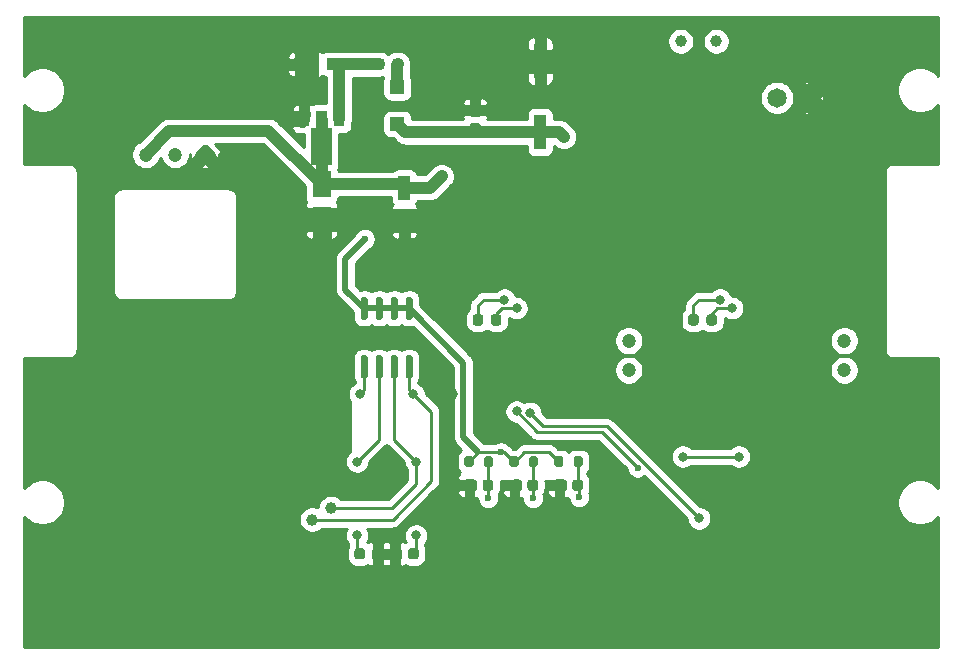
<source format=gbl>
G04 #@! TF.GenerationSoftware,KiCad,Pcbnew,(5.1.10)-1*
G04 #@! TF.CreationDate,2022-02-06T01:46:52+09:00*
G04 #@! TF.ProjectId,Power,506f7765-722e-46b6-9963-61645f706362,rev?*
G04 #@! TF.SameCoordinates,Original*
G04 #@! TF.FileFunction,Copper,L2,Bot*
G04 #@! TF.FilePolarity,Positive*
%FSLAX46Y46*%
G04 Gerber Fmt 4.6, Leading zero omitted, Abs format (unit mm)*
G04 Created by KiCad (PCBNEW (5.1.10)-1) date 2022-02-06 01:46:52*
%MOMM*%
%LPD*%
G01*
G04 APERTURE LIST*
G04 #@! TA.AperFunction,WasherPad*
%ADD10C,1.000000*%
G04 #@! TD*
G04 #@! TA.AperFunction,SMDPad,CuDef*
%ADD11R,1.000000X2.000000*%
G04 #@! TD*
G04 #@! TA.AperFunction,SMDPad,CuDef*
%ADD12R,2.000000X1.000000*%
G04 #@! TD*
G04 #@! TA.AperFunction,ComponentPad*
%ADD13C,1.200000*%
G04 #@! TD*
G04 #@! TA.AperFunction,SMDPad,CuDef*
%ADD14R,1.600000X2.200000*%
G04 #@! TD*
G04 #@! TA.AperFunction,SMDPad,CuDef*
%ADD15R,1.000000X3.000000*%
G04 #@! TD*
G04 #@! TA.AperFunction,SMDPad,CuDef*
%ADD16R,1.220000X1.150000*%
G04 #@! TD*
G04 #@! TA.AperFunction,ComponentPad*
%ADD17C,1.650000*%
G04 #@! TD*
G04 #@! TA.AperFunction,SMDPad,CuDef*
%ADD18C,0.100000*%
G04 #@! TD*
G04 #@! TA.AperFunction,SMDPad,CuDef*
%ADD19R,0.900000X1.300000*%
G04 #@! TD*
G04 #@! TA.AperFunction,ViaPad*
%ADD20C,0.600000*%
G04 #@! TD*
G04 #@! TA.AperFunction,ViaPad*
%ADD21C,0.800000*%
G04 #@! TD*
G04 #@! TA.AperFunction,ViaPad*
%ADD22C,1.000000*%
G04 #@! TD*
G04 #@! TA.AperFunction,Conductor*
%ADD23C,1.000000*%
G04 #@! TD*
G04 #@! TA.AperFunction,Conductor*
%ADD24C,0.250000*%
G04 #@! TD*
G04 #@! TA.AperFunction,Conductor*
%ADD25C,0.500000*%
G04 #@! TD*
G04 #@! TA.AperFunction,Conductor*
%ADD26C,0.254000*%
G04 #@! TD*
G04 #@! TA.AperFunction,Conductor*
%ADD27C,0.100000*%
G04 #@! TD*
G04 APERTURE END LIST*
D10*
X19900000Y24600000D03*
X16900000Y24600000D03*
D11*
X-6500000Y12200000D03*
X-6500000Y9400000D03*
D12*
X-12000000Y22650000D03*
X-14800000Y22650000D03*
D13*
X30750000Y-3250000D03*
X30750000Y-750000D03*
D14*
X-13500000Y9500000D03*
X-13500000Y12500000D03*
D15*
X5000000Y22900000D03*
X5000000Y16900000D03*
G04 #@! TA.AperFunction,SMDPad,CuDef*
G36*
G01*
X-250000Y18325000D02*
X-750000Y18325000D01*
G75*
G02*
X-975000Y18550000I0J225000D01*
G01*
X-975000Y19000000D01*
G75*
G02*
X-750000Y19225000I225000J0D01*
G01*
X-250000Y19225000D01*
G75*
G02*
X-25000Y19000000I0J-225000D01*
G01*
X-25000Y18550000D01*
G75*
G02*
X-250000Y18325000I-225000J0D01*
G01*
G37*
G04 #@! TD.AperFunction*
G04 #@! TA.AperFunction,SMDPad,CuDef*
G36*
G01*
X-250000Y16775000D02*
X-750000Y16775000D01*
G75*
G02*
X-975000Y17000000I0J225000D01*
G01*
X-975000Y17450000D01*
G75*
G02*
X-750000Y17675000I225000J0D01*
G01*
X-250000Y17675000D01*
G75*
G02*
X-25000Y17450000I0J-225000D01*
G01*
X-25000Y17000000D01*
G75*
G02*
X-250000Y16775000I-225000J0D01*
G01*
G37*
G04 #@! TD.AperFunction*
G04 #@! TA.AperFunction,SMDPad,CuDef*
G36*
G01*
X-6825000Y-18550000D02*
X-6825000Y-19050000D01*
G75*
G02*
X-7050000Y-19275000I-225000J0D01*
G01*
X-7500000Y-19275000D01*
G75*
G02*
X-7725000Y-19050000I0J225000D01*
G01*
X-7725000Y-18550000D01*
G75*
G02*
X-7500000Y-18325000I225000J0D01*
G01*
X-7050000Y-18325000D01*
G75*
G02*
X-6825000Y-18550000I0J-225000D01*
G01*
G37*
G04 #@! TD.AperFunction*
G04 #@! TA.AperFunction,SMDPad,CuDef*
G36*
G01*
X-5275000Y-18550000D02*
X-5275000Y-19050000D01*
G75*
G02*
X-5500000Y-19275000I-225000J0D01*
G01*
X-5950000Y-19275000D01*
G75*
G02*
X-6175000Y-19050000I0J225000D01*
G01*
X-6175000Y-18550000D01*
G75*
G02*
X-5950000Y-18325000I225000J0D01*
G01*
X-5500000Y-18325000D01*
G75*
G02*
X-5275000Y-18550000I0J-225000D01*
G01*
G37*
G04 #@! TD.AperFunction*
G04 #@! TA.AperFunction,SMDPad,CuDef*
G36*
G01*
X-9175000Y-19050000D02*
X-9175000Y-18550000D01*
G75*
G02*
X-8950000Y-18325000I225000J0D01*
G01*
X-8500000Y-18325000D01*
G75*
G02*
X-8275000Y-18550000I0J-225000D01*
G01*
X-8275000Y-19050000D01*
G75*
G02*
X-8500000Y-19275000I-225000J0D01*
G01*
X-8950000Y-19275000D01*
G75*
G02*
X-9175000Y-19050000I0J225000D01*
G01*
G37*
G04 #@! TD.AperFunction*
G04 #@! TA.AperFunction,SMDPad,CuDef*
G36*
G01*
X-10725000Y-19050000D02*
X-10725000Y-18550000D01*
G75*
G02*
X-10500000Y-18325000I225000J0D01*
G01*
X-10050000Y-18325000D01*
G75*
G02*
X-9825000Y-18550000I0J-225000D01*
G01*
X-9825000Y-19050000D01*
G75*
G02*
X-10050000Y-19275000I-225000J0D01*
G01*
X-10500000Y-19275000D01*
G75*
G02*
X-10725000Y-19050000I0J225000D01*
G01*
G37*
G04 #@! TD.AperFunction*
G04 #@! TA.AperFunction,SMDPad,CuDef*
G36*
G01*
X7075000Y-12750000D02*
X7075000Y-13250000D01*
G75*
G02*
X6850000Y-13475000I-225000J0D01*
G01*
X6400000Y-13475000D01*
G75*
G02*
X6175000Y-13250000I0J225000D01*
G01*
X6175000Y-12750000D01*
G75*
G02*
X6400000Y-12525000I225000J0D01*
G01*
X6850000Y-12525000D01*
G75*
G02*
X7075000Y-12750000I0J-225000D01*
G01*
G37*
G04 #@! TD.AperFunction*
G04 #@! TA.AperFunction,SMDPad,CuDef*
G36*
G01*
X8625000Y-12750000D02*
X8625000Y-13250000D01*
G75*
G02*
X8400000Y-13475000I-225000J0D01*
G01*
X7950000Y-13475000D01*
G75*
G02*
X7725000Y-13250000I0J225000D01*
G01*
X7725000Y-12750000D01*
G75*
G02*
X7950000Y-12525000I225000J0D01*
G01*
X8400000Y-12525000D01*
G75*
G02*
X8625000Y-12750000I0J-225000D01*
G01*
G37*
G04 #@! TD.AperFunction*
G04 #@! TA.AperFunction,SMDPad,CuDef*
G36*
G01*
X3275000Y-12750000D02*
X3275000Y-13250000D01*
G75*
G02*
X3050000Y-13475000I-225000J0D01*
G01*
X2600000Y-13475000D01*
G75*
G02*
X2375000Y-13250000I0J225000D01*
G01*
X2375000Y-12750000D01*
G75*
G02*
X2600000Y-12525000I225000J0D01*
G01*
X3050000Y-12525000D01*
G75*
G02*
X3275000Y-12750000I0J-225000D01*
G01*
G37*
G04 #@! TD.AperFunction*
G04 #@! TA.AperFunction,SMDPad,CuDef*
G36*
G01*
X4825000Y-12750000D02*
X4825000Y-13250000D01*
G75*
G02*
X4600000Y-13475000I-225000J0D01*
G01*
X4150000Y-13475000D01*
G75*
G02*
X3925000Y-13250000I0J225000D01*
G01*
X3925000Y-12750000D01*
G75*
G02*
X4150000Y-12525000I225000J0D01*
G01*
X4600000Y-12525000D01*
G75*
G02*
X4825000Y-12750000I0J-225000D01*
G01*
G37*
G04 #@! TD.AperFunction*
G04 #@! TA.AperFunction,SMDPad,CuDef*
G36*
G01*
X-525000Y-12750000D02*
X-525000Y-13250000D01*
G75*
G02*
X-750000Y-13475000I-225000J0D01*
G01*
X-1200000Y-13475000D01*
G75*
G02*
X-1425000Y-13250000I0J225000D01*
G01*
X-1425000Y-12750000D01*
G75*
G02*
X-1200000Y-12525000I225000J0D01*
G01*
X-750000Y-12525000D01*
G75*
G02*
X-525000Y-12750000I0J-225000D01*
G01*
G37*
G04 #@! TD.AperFunction*
G04 #@! TA.AperFunction,SMDPad,CuDef*
G36*
G01*
X1025000Y-12750000D02*
X1025000Y-13250000D01*
G75*
G02*
X800000Y-13475000I-225000J0D01*
G01*
X350000Y-13475000D01*
G75*
G02*
X125000Y-13250000I0J225000D01*
G01*
X125000Y-12750000D01*
G75*
G02*
X350000Y-12525000I225000J0D01*
G01*
X800000Y-12525000D01*
G75*
G02*
X1025000Y-12750000I0J-225000D01*
G01*
G37*
G04 #@! TD.AperFunction*
G04 #@! TA.AperFunction,SMDPad,CuDef*
G36*
G01*
X19075000Y750000D02*
X19075000Y1250000D01*
G75*
G02*
X19300000Y1475000I225000J0D01*
G01*
X19750000Y1475000D01*
G75*
G02*
X19975000Y1250000I0J-225000D01*
G01*
X19975000Y750000D01*
G75*
G02*
X19750000Y525000I-225000J0D01*
G01*
X19300000Y525000D01*
G75*
G02*
X19075000Y750000I0J225000D01*
G01*
G37*
G04 #@! TD.AperFunction*
G04 #@! TA.AperFunction,SMDPad,CuDef*
G36*
G01*
X17525000Y750000D02*
X17525000Y1250000D01*
G75*
G02*
X17750000Y1475000I225000J0D01*
G01*
X18200000Y1475000D01*
G75*
G02*
X18425000Y1250000I0J-225000D01*
G01*
X18425000Y750000D01*
G75*
G02*
X18200000Y525000I-225000J0D01*
G01*
X17750000Y525000D01*
G75*
G02*
X17525000Y750000I0J225000D01*
G01*
G37*
G04 #@! TD.AperFunction*
G04 #@! TA.AperFunction,SMDPad,CuDef*
G36*
G01*
X825000Y750000D02*
X825000Y1250000D01*
G75*
G02*
X1050000Y1475000I225000J0D01*
G01*
X1500000Y1475000D01*
G75*
G02*
X1725000Y1250000I0J-225000D01*
G01*
X1725000Y750000D01*
G75*
G02*
X1500000Y525000I-225000J0D01*
G01*
X1050000Y525000D01*
G75*
G02*
X825000Y750000I0J225000D01*
G01*
G37*
G04 #@! TD.AperFunction*
G04 #@! TA.AperFunction,SMDPad,CuDef*
G36*
G01*
X-725000Y750000D02*
X-725000Y1250000D01*
G75*
G02*
X-500000Y1475000I225000J0D01*
G01*
X-50000Y1475000D01*
G75*
G02*
X175000Y1250000I0J-225000D01*
G01*
X175000Y750000D01*
G75*
G02*
X-50000Y525000I-225000J0D01*
G01*
X-500000Y525000D01*
G75*
G02*
X-725000Y750000I0J225000D01*
G01*
G37*
G04 #@! TD.AperFunction*
D16*
X-7100000Y17600000D03*
X-7100000Y20700000D03*
G04 #@! TA.AperFunction,SMDPad,CuDef*
G36*
G01*
X-7500000Y22393750D02*
X-7500000Y22906250D01*
G75*
G02*
X-7281250Y23125000I218750J0D01*
G01*
X-6843750Y23125000D01*
G75*
G02*
X-6625000Y22906250I0J-218750D01*
G01*
X-6625000Y22393750D01*
G75*
G02*
X-6843750Y22175000I-218750J0D01*
G01*
X-7281250Y22175000D01*
G75*
G02*
X-7500000Y22393750I0J218750D01*
G01*
G37*
G04 #@! TD.AperFunction*
G04 #@! TA.AperFunction,SMDPad,CuDef*
G36*
G01*
X-9075000Y22393750D02*
X-9075000Y22906250D01*
G75*
G02*
X-8856250Y23125000I218750J0D01*
G01*
X-8418750Y23125000D01*
G75*
G02*
X-8200000Y22906250I0J-218750D01*
G01*
X-8200000Y22393750D01*
G75*
G02*
X-8418750Y22175000I-218750J0D01*
G01*
X-8856250Y22175000D01*
G75*
G02*
X-9075000Y22393750I0J218750D01*
G01*
G37*
G04 #@! TD.AperFunction*
D17*
X27550000Y19800000D03*
X25050000Y19800000D03*
D13*
X-23400000Y15000000D03*
X-25900000Y15000000D03*
X-28400000Y15000000D03*
X12500000Y-3250000D03*
X12500000Y-750000D03*
G04 #@! TA.AperFunction,SMDPad,CuDef*
G36*
G01*
X7825000Y-11275000D02*
X7825000Y-10725000D01*
G75*
G02*
X8025000Y-10525000I200000J0D01*
G01*
X8425000Y-10525000D01*
G75*
G02*
X8625000Y-10725000I0J-200000D01*
G01*
X8625000Y-11275000D01*
G75*
G02*
X8425000Y-11475000I-200000J0D01*
G01*
X8025000Y-11475000D01*
G75*
G02*
X7825000Y-11275000I0J200000D01*
G01*
G37*
G04 #@! TD.AperFunction*
G04 #@! TA.AperFunction,SMDPad,CuDef*
G36*
G01*
X6175000Y-11275000D02*
X6175000Y-10725000D01*
G75*
G02*
X6375000Y-10525000I200000J0D01*
G01*
X6775000Y-10525000D01*
G75*
G02*
X6975000Y-10725000I0J-200000D01*
G01*
X6975000Y-11275000D01*
G75*
G02*
X6775000Y-11475000I-200000J0D01*
G01*
X6375000Y-11475000D01*
G75*
G02*
X6175000Y-11275000I0J200000D01*
G01*
G37*
G04 #@! TD.AperFunction*
G04 #@! TA.AperFunction,SMDPad,CuDef*
G36*
G01*
X4025000Y-11275000D02*
X4025000Y-10725000D01*
G75*
G02*
X4225000Y-10525000I200000J0D01*
G01*
X4625000Y-10525000D01*
G75*
G02*
X4825000Y-10725000I0J-200000D01*
G01*
X4825000Y-11275000D01*
G75*
G02*
X4625000Y-11475000I-200000J0D01*
G01*
X4225000Y-11475000D01*
G75*
G02*
X4025000Y-11275000I0J200000D01*
G01*
G37*
G04 #@! TD.AperFunction*
G04 #@! TA.AperFunction,SMDPad,CuDef*
G36*
G01*
X2375000Y-11275000D02*
X2375000Y-10725000D01*
G75*
G02*
X2575000Y-10525000I200000J0D01*
G01*
X2975000Y-10525000D01*
G75*
G02*
X3175000Y-10725000I0J-200000D01*
G01*
X3175000Y-11275000D01*
G75*
G02*
X2975000Y-11475000I-200000J0D01*
G01*
X2575000Y-11475000D01*
G75*
G02*
X2375000Y-11275000I0J200000D01*
G01*
G37*
G04 #@! TD.AperFunction*
G04 #@! TA.AperFunction,SMDPad,CuDef*
G36*
G01*
X225000Y-11275000D02*
X225000Y-10725000D01*
G75*
G02*
X425000Y-10525000I200000J0D01*
G01*
X825000Y-10525000D01*
G75*
G02*
X1025000Y-10725000I0J-200000D01*
G01*
X1025000Y-11275000D01*
G75*
G02*
X825000Y-11475000I-200000J0D01*
G01*
X425000Y-11475000D01*
G75*
G02*
X225000Y-11275000I0J200000D01*
G01*
G37*
G04 #@! TD.AperFunction*
G04 #@! TA.AperFunction,SMDPad,CuDef*
G36*
G01*
X-1425000Y-11275000D02*
X-1425000Y-10725000D01*
G75*
G02*
X-1225000Y-10525000I200000J0D01*
G01*
X-825000Y-10525000D01*
G75*
G02*
X-625000Y-10725000I0J-200000D01*
G01*
X-625000Y-11275000D01*
G75*
G02*
X-825000Y-11475000I-200000J0D01*
G01*
X-1225000Y-11475000D01*
G75*
G02*
X-1425000Y-11275000I0J200000D01*
G01*
G37*
G04 #@! TD.AperFunction*
G04 #@! TA.AperFunction,SMDPad,CuDef*
G36*
G01*
X-5945000Y1000000D02*
X-6245000Y1000000D01*
G75*
G02*
X-6395000Y1150000I0J150000D01*
G01*
X-6395000Y2800000D01*
G75*
G02*
X-6245000Y2950000I150000J0D01*
G01*
X-5945000Y2950000D01*
G75*
G02*
X-5795000Y2800000I0J-150000D01*
G01*
X-5795000Y1150000D01*
G75*
G02*
X-5945000Y1000000I-150000J0D01*
G01*
G37*
G04 #@! TD.AperFunction*
G04 #@! TA.AperFunction,SMDPad,CuDef*
G36*
G01*
X-7215000Y1000000D02*
X-7515000Y1000000D01*
G75*
G02*
X-7665000Y1150000I0J150000D01*
G01*
X-7665000Y2800000D01*
G75*
G02*
X-7515000Y2950000I150000J0D01*
G01*
X-7215000Y2950000D01*
G75*
G02*
X-7065000Y2800000I0J-150000D01*
G01*
X-7065000Y1150000D01*
G75*
G02*
X-7215000Y1000000I-150000J0D01*
G01*
G37*
G04 #@! TD.AperFunction*
G04 #@! TA.AperFunction,SMDPad,CuDef*
G36*
G01*
X-8485000Y1000000D02*
X-8785000Y1000000D01*
G75*
G02*
X-8935000Y1150000I0J150000D01*
G01*
X-8935000Y2800000D01*
G75*
G02*
X-8785000Y2950000I150000J0D01*
G01*
X-8485000Y2950000D01*
G75*
G02*
X-8335000Y2800000I0J-150000D01*
G01*
X-8335000Y1150000D01*
G75*
G02*
X-8485000Y1000000I-150000J0D01*
G01*
G37*
G04 #@! TD.AperFunction*
G04 #@! TA.AperFunction,SMDPad,CuDef*
G36*
G01*
X-9755000Y1000000D02*
X-10055000Y1000000D01*
G75*
G02*
X-10205000Y1150000I0J150000D01*
G01*
X-10205000Y2800000D01*
G75*
G02*
X-10055000Y2950000I150000J0D01*
G01*
X-9755000Y2950000D01*
G75*
G02*
X-9605000Y2800000I0J-150000D01*
G01*
X-9605000Y1150000D01*
G75*
G02*
X-9755000Y1000000I-150000J0D01*
G01*
G37*
G04 #@! TD.AperFunction*
G04 #@! TA.AperFunction,SMDPad,CuDef*
G36*
G01*
X-9755000Y-3950000D02*
X-10055000Y-3950000D01*
G75*
G02*
X-10205000Y-3800000I0J150000D01*
G01*
X-10205000Y-2150000D01*
G75*
G02*
X-10055000Y-2000000I150000J0D01*
G01*
X-9755000Y-2000000D01*
G75*
G02*
X-9605000Y-2150000I0J-150000D01*
G01*
X-9605000Y-3800000D01*
G75*
G02*
X-9755000Y-3950000I-150000J0D01*
G01*
G37*
G04 #@! TD.AperFunction*
G04 #@! TA.AperFunction,SMDPad,CuDef*
G36*
G01*
X-8485000Y-3950000D02*
X-8785000Y-3950000D01*
G75*
G02*
X-8935000Y-3800000I0J150000D01*
G01*
X-8935000Y-2150000D01*
G75*
G02*
X-8785000Y-2000000I150000J0D01*
G01*
X-8485000Y-2000000D01*
G75*
G02*
X-8335000Y-2150000I0J-150000D01*
G01*
X-8335000Y-3800000D01*
G75*
G02*
X-8485000Y-3950000I-150000J0D01*
G01*
G37*
G04 #@! TD.AperFunction*
G04 #@! TA.AperFunction,SMDPad,CuDef*
G36*
G01*
X-7215000Y-3950000D02*
X-7515000Y-3950000D01*
G75*
G02*
X-7665000Y-3800000I0J150000D01*
G01*
X-7665000Y-2150000D01*
G75*
G02*
X-7515000Y-2000000I150000J0D01*
G01*
X-7215000Y-2000000D01*
G75*
G02*
X-7065000Y-2150000I0J-150000D01*
G01*
X-7065000Y-3800000D01*
G75*
G02*
X-7215000Y-3950000I-150000J0D01*
G01*
G37*
G04 #@! TD.AperFunction*
G04 #@! TA.AperFunction,SMDPad,CuDef*
G36*
G01*
X-5945000Y-3950000D02*
X-6245000Y-3950000D01*
G75*
G02*
X-6395000Y-3800000I0J150000D01*
G01*
X-6395000Y-2150000D01*
G75*
G02*
X-6245000Y-2000000I150000J0D01*
G01*
X-5945000Y-2000000D01*
G75*
G02*
X-5795000Y-2150000I0J-150000D01*
G01*
X-5795000Y-3800000D01*
G75*
G02*
X-5945000Y-3950000I-150000J0D01*
G01*
G37*
G04 #@! TD.AperFunction*
G04 #@! TA.AperFunction,SMDPad,CuDef*
D18*
G36*
X-14366500Y14100000D02*
G01*
X-14366500Y17225000D01*
X-13950000Y17225000D01*
X-13950000Y18700000D01*
X-13050000Y18700000D01*
X-13050000Y17225000D01*
X-12633500Y17225000D01*
X-12633500Y14100000D01*
X-14366500Y14100000D01*
G37*
G04 #@! TD.AperFunction*
D19*
X-12000000Y18050000D03*
X-15000000Y18050000D03*
D20*
X26750000Y800000D03*
X-8000000Y-10250000D03*
X-6750000Y-12500000D03*
X-9250000Y-12500000D03*
X-14250000Y-13000000D03*
X-250000Y-17500000D03*
X2000000Y-16750000D03*
X5750000Y-16750000D03*
X-3750000Y-17000000D03*
X-2250000Y-16500000D03*
X7400000Y-17500000D03*
X-13000000Y-8600000D03*
X14170000Y20940000D03*
X8500000Y800000D03*
D21*
X15500000Y5250000D03*
X19250000Y5500000D03*
X19250000Y4250000D03*
X14750000Y750000D03*
X19850000Y-2000000D03*
X15000000Y-2000000D03*
X18500000Y-9250000D03*
X19750000Y-8000000D03*
D22*
X13250000Y-7500000D03*
X14250000Y-8750000D03*
X15000000Y-5250000D03*
X17250000Y-3250000D03*
X17250000Y-1000000D03*
X17250000Y-7000000D03*
X19250000Y-5250000D03*
X-2500000Y-9750000D03*
X-2500000Y-5250000D03*
X-4000000Y-2500000D03*
X-750000Y-750000D03*
X1600000Y-2000000D03*
X1500000Y-5000000D03*
X1500000Y-7500000D03*
X11000000Y-12250000D03*
X-28750000Y-6500000D03*
X-27300000Y-14000000D03*
X-23500000Y-7000000D03*
X-23900000Y-11300000D03*
X-19540000Y-9870000D03*
D21*
X25880000Y4500000D03*
X-21150000Y-5350000D03*
X19850000Y-12850000D03*
D20*
X3825000Y7900000D03*
D22*
X3300000Y10100000D03*
X3300000Y12000000D03*
X6550000Y9725000D03*
X6500000Y14350000D03*
D21*
X19200000Y22000000D03*
X25600000Y15400000D03*
X-2200000Y18400000D03*
X600000Y20000000D03*
X-3400000Y15400000D03*
X-1300000Y12000000D03*
X-1300000Y10000000D03*
X-8800000Y21000000D03*
X-10400000Y20800000D03*
X-11400000Y14200000D03*
X-8600000Y14200000D03*
X-11400000Y16200000D03*
X-13600000Y19800000D03*
X-13600000Y20800000D03*
D20*
X16500000Y21200000D03*
X-15300000Y16400000D03*
X-25300000Y12400000D03*
D21*
X13500000Y16800000D03*
D22*
X-3350011Y13149989D03*
D20*
X1700010Y-10199990D03*
D21*
X17075000Y-10575000D03*
X21825000Y-10575000D03*
D20*
X-9850000Y7850000D03*
D22*
X7000000Y16500018D03*
D20*
X-2375000Y16900000D03*
D21*
X-5500000Y-11000000D03*
X-5500000Y-17250000D03*
D22*
X-12700000Y-14925000D03*
D21*
X-10275000Y-5275000D03*
X-10500000Y-11000000D03*
X-10500000Y-17250000D03*
X-5725000Y-5275000D03*
D22*
X-14300000Y-15900000D03*
D20*
X8300000Y-14000000D03*
X4400000Y-14100000D03*
X600000Y-14100000D03*
D21*
X21250000Y2000000D03*
X20225001Y2725001D03*
X1975001Y2725001D03*
X3000000Y2000000D03*
X3000000Y-6750000D03*
D20*
X13250000Y-11500000D03*
D21*
X4145109Y-6869804D03*
X18455000Y-15795000D03*
D23*
X-8637500Y22650000D02*
X-11900000Y22650000D01*
X-12000000Y22550000D02*
X-11900000Y22650000D01*
X-12000000Y18050000D02*
X-12000000Y22550000D01*
X-13500000Y17962500D02*
X-13500000Y12500000D01*
X-6800000Y12500000D02*
X-6500000Y12200000D01*
X-13500000Y12500000D02*
X-6800000Y12500000D01*
X-6500000Y12200000D02*
X-4300000Y12200000D01*
X-4300000Y12200000D02*
X-3350011Y13149989D01*
X-26400000Y17000000D02*
X-28400000Y15000000D01*
X-18000000Y17000000D02*
X-26400000Y17000000D01*
X-13500000Y12500000D02*
X-18000000Y17000000D01*
D24*
X1974990Y-10199990D02*
X2775000Y-11000000D01*
X-1025000Y-11000000D02*
X-224990Y-10199990D01*
X5774990Y-10199990D02*
X6575000Y-11000000D01*
X3650010Y-10199990D02*
X5774990Y-10199990D01*
X2850000Y-11000000D02*
X3650010Y-10199990D01*
X2775000Y-11000000D02*
X2850000Y-11000000D01*
X1700010Y-10199990D02*
X1974990Y-10199990D01*
X-224990Y-10199990D02*
X1700010Y-10199990D01*
D25*
X-9905000Y1975000D02*
X-6095000Y1975000D01*
D24*
X17075000Y-10575000D02*
X21825000Y-10575000D01*
D25*
X-9850000Y7850000D02*
X-11500000Y6200000D01*
X-11500000Y3570000D02*
X-9905000Y1975000D01*
X-11500000Y6200000D02*
X-11500000Y3570000D01*
X-1500000Y-8924980D02*
X-224990Y-10199990D01*
X-1500000Y-2620000D02*
X-1500000Y-8924980D01*
X-6095000Y1975000D02*
X-1500000Y-2620000D01*
D24*
X4700000Y16900000D02*
X5000000Y17200000D01*
D23*
X-6400000Y16900000D02*
X-7100000Y17600000D01*
X-2375000Y16900000D02*
X-6400000Y16900000D01*
X2900000Y16900000D02*
X-2375000Y16900000D01*
X4700000Y16900000D02*
X6600018Y16900000D01*
X2900000Y16900000D02*
X4700000Y16900000D01*
X6600018Y16900000D02*
X7000000Y16500018D01*
D24*
X-7365000Y-9135000D02*
X-5500000Y-11000000D01*
X-7365000Y-2975000D02*
X-7365000Y-9135000D01*
X-5500000Y-18575000D02*
X-5725000Y-18800000D01*
X-5500000Y-17250000D02*
X-5500000Y-18575000D01*
X-6000000Y-19075000D02*
X-5725000Y-18800000D01*
X-5500000Y-12900000D02*
X-5500000Y-11000000D01*
X-7525000Y-14925000D02*
X-5500000Y-12900000D01*
X-12700000Y-14925000D02*
X-7525000Y-14925000D01*
X-9905000Y-4905000D02*
X-10275000Y-5275000D01*
X-9905000Y-2975000D02*
X-9905000Y-4905000D01*
X-8635000Y-9135000D02*
X-10500000Y-11000000D01*
X-8635000Y-2975000D02*
X-8635000Y-9135000D01*
X-10500000Y-18575000D02*
X-10275000Y-18800000D01*
X-10500000Y-17250000D02*
X-10500000Y-18575000D01*
X-6095000Y-4905000D02*
X-5725000Y-5275000D01*
X-6095000Y-2975000D02*
X-6095000Y-4905000D01*
X-14300000Y-15900000D02*
X-7500000Y-15900000D01*
X-7500000Y-15900000D02*
X-4200000Y-12600000D01*
X-4200000Y-6800000D02*
X-5725000Y-5275000D01*
X-4200000Y-12600000D02*
X-4200000Y-6800000D01*
X8175000Y-11050000D02*
X8225000Y-11000000D01*
X8175000Y-13000000D02*
X8175000Y-11050000D01*
X8300000Y-13125000D02*
X8175000Y-13000000D01*
X8300000Y-14100000D02*
X8300000Y-14000000D01*
X8300000Y-14000000D02*
X8300000Y-13125000D01*
X4425000Y-12950000D02*
X4375000Y-13000000D01*
X4425000Y-11000000D02*
X4425000Y-12950000D01*
X4400000Y-13025000D02*
X4375000Y-13000000D01*
X4400000Y-14100000D02*
X4400000Y-13025000D01*
X575000Y-11050000D02*
X625000Y-11000000D01*
X575000Y-13000000D02*
X575000Y-11050000D01*
X600000Y-13025000D02*
X575000Y-13000000D01*
X600000Y-14100000D02*
X600000Y-13025000D01*
X19525000Y1525000D02*
X19525000Y1000000D01*
X21250000Y2000000D02*
X20000000Y2000000D01*
X20000000Y2000000D02*
X19525000Y1525000D01*
X18475001Y2725001D02*
X17975000Y2225000D01*
X20225001Y2725001D02*
X18475001Y2725001D01*
X17975000Y2225000D02*
X17975000Y1000000D01*
X-275000Y2225000D02*
X-275000Y1000000D01*
X1975001Y2725001D02*
X225001Y2725001D01*
X225001Y2725001D02*
X-275000Y2225000D01*
X1750000Y2000000D02*
X1275000Y1525000D01*
X3000000Y2000000D02*
X1750000Y2000000D01*
X1275000Y1525000D02*
X1275000Y1000000D01*
D23*
X-7100000Y22612500D02*
X-7062500Y22650000D01*
X-7100000Y20700000D02*
X-7100000Y22612500D01*
D24*
X4750000Y-8500000D02*
X10250000Y-8500000D01*
X3000000Y-6750000D02*
X4750000Y-8500000D01*
X10250000Y-8500000D02*
X13250000Y-11500000D01*
X18455000Y-15795000D02*
X18500000Y-15840000D01*
X10660000Y-8000000D02*
X18455000Y-15795000D01*
X5275305Y-8000000D02*
X4145109Y-6869804D01*
X10660000Y-8000000D02*
X5275305Y-8000000D01*
D26*
X38665000Y21684604D02*
X38661235Y21690238D01*
X38390239Y21961234D01*
X38071581Y22174155D01*
X37717507Y22320817D01*
X37341624Y22395585D01*
X36958376Y22395585D01*
X36582493Y22320817D01*
X36228419Y22174155D01*
X35909761Y21961234D01*
X35638765Y21690238D01*
X35425844Y21371580D01*
X35279182Y21017506D01*
X35204414Y20641623D01*
X35204414Y20258375D01*
X35279182Y19882492D01*
X35425844Y19528418D01*
X35638765Y19209760D01*
X35909761Y18938764D01*
X36228419Y18725843D01*
X36582493Y18579181D01*
X36958376Y18504413D01*
X37341624Y18504413D01*
X37717507Y18579181D01*
X38071581Y18725843D01*
X38390239Y18938764D01*
X38661235Y19209760D01*
X38665000Y19215395D01*
X38665001Y14235000D01*
X34936105Y14235000D01*
X34900000Y14238556D01*
X34863895Y14235000D01*
X34755915Y14224365D01*
X34617367Y14182337D01*
X34489680Y14114087D01*
X34377762Y14022238D01*
X34285913Y13910320D01*
X34217663Y13782633D01*
X34175635Y13644085D01*
X34161444Y13500000D01*
X34165001Y13463885D01*
X34165000Y-1463894D01*
X34161444Y-1499999D01*
X34175635Y-1644084D01*
X34217663Y-1782632D01*
X34285913Y-1910319D01*
X34377762Y-2022237D01*
X34426774Y-2062460D01*
X34489680Y-2114086D01*
X34617367Y-2182336D01*
X34755915Y-2224364D01*
X34900000Y-2238555D01*
X34936105Y-2234999D01*
X38665001Y-2234999D01*
X38665000Y-13215396D01*
X38661235Y-13209761D01*
X38390239Y-12938765D01*
X38071581Y-12725844D01*
X37717507Y-12579182D01*
X37341624Y-12504414D01*
X36958376Y-12504414D01*
X36582493Y-12579182D01*
X36228419Y-12725844D01*
X35909761Y-12938765D01*
X35638765Y-13209761D01*
X35425844Y-13528419D01*
X35279182Y-13882493D01*
X35204414Y-14258376D01*
X35204414Y-14641624D01*
X35279182Y-15017507D01*
X35425844Y-15371581D01*
X35638765Y-15690239D01*
X35909761Y-15961235D01*
X36228419Y-16174156D01*
X36582493Y-16320818D01*
X36958376Y-16395586D01*
X37341624Y-16395586D01*
X37717507Y-16320818D01*
X38071581Y-16174156D01*
X38390239Y-15961235D01*
X38661235Y-15690239D01*
X38665000Y-15684604D01*
X38664999Y-26664999D01*
X-38664999Y-26665001D01*
X-38665000Y-15684604D01*
X-38661235Y-15690239D01*
X-38390239Y-15961235D01*
X-38071581Y-16174156D01*
X-37717507Y-16320818D01*
X-37341624Y-16395586D01*
X-36958376Y-16395586D01*
X-36582493Y-16320818D01*
X-36228419Y-16174156D01*
X-35909761Y-15961235D01*
X-35736738Y-15788212D01*
X-15435000Y-15788212D01*
X-15435000Y-16011788D01*
X-15391383Y-16231067D01*
X-15305824Y-16437624D01*
X-15181612Y-16623520D01*
X-15023520Y-16781612D01*
X-14837624Y-16905824D01*
X-14631067Y-16991383D01*
X-14411788Y-17035000D01*
X-14188212Y-17035000D01*
X-13968933Y-16991383D01*
X-13762376Y-16905824D01*
X-13576480Y-16781612D01*
X-13454868Y-16660000D01*
X-11350558Y-16660000D01*
X-11417205Y-16759744D01*
X-11495226Y-16948102D01*
X-11535000Y-17148061D01*
X-11535000Y-17351939D01*
X-11495226Y-17551898D01*
X-11417205Y-17740256D01*
X-11303937Y-17909774D01*
X-11259999Y-17953712D01*
X-11259999Y-18149792D01*
X-11297375Y-18219717D01*
X-11346488Y-18381623D01*
X-11363072Y-18550000D01*
X-11363072Y-19050000D01*
X-11346488Y-19218377D01*
X-11297375Y-19380283D01*
X-11217618Y-19529497D01*
X-11110284Y-19660284D01*
X-10979497Y-19767618D01*
X-10830283Y-19847375D01*
X-10668377Y-19896488D01*
X-10500000Y-19913072D01*
X-10050000Y-19913072D01*
X-9881623Y-19896488D01*
X-9719717Y-19847375D01*
X-9573873Y-19769419D01*
X-9540048Y-19798331D01*
X-9430937Y-19859493D01*
X-9311990Y-19898193D01*
X-9206750Y-19910000D01*
X-9048000Y-19751250D01*
X-9048000Y-19148000D01*
X-8402000Y-19148000D01*
X-8402000Y-19751250D01*
X-8243250Y-19910000D01*
X-8138010Y-19898193D01*
X-8019063Y-19859493D01*
X-8000000Y-19848807D01*
X-7980937Y-19859493D01*
X-7861990Y-19898193D01*
X-7756750Y-19910000D01*
X-7598000Y-19751250D01*
X-7598000Y-19148000D01*
X-8402000Y-19148000D01*
X-9048000Y-19148000D01*
X-9175000Y-19148000D01*
X-9175000Y-18452000D01*
X-9048000Y-18452000D01*
X-9048000Y-17848750D01*
X-8402000Y-17848750D01*
X-8402000Y-18452000D01*
X-7598000Y-18452000D01*
X-7598000Y-17848750D01*
X-6952000Y-17848750D01*
X-6952000Y-18452000D01*
X-6825000Y-18452000D01*
X-6825000Y-19148000D01*
X-6952000Y-19148000D01*
X-6952000Y-19751250D01*
X-6793250Y-19910000D01*
X-6688010Y-19898193D01*
X-6569063Y-19859493D01*
X-6459952Y-19798331D01*
X-6426127Y-19769419D01*
X-6280283Y-19847375D01*
X-6118377Y-19896488D01*
X-5950000Y-19913072D01*
X-5500000Y-19913072D01*
X-5331623Y-19896488D01*
X-5169717Y-19847375D01*
X-5020503Y-19767618D01*
X-4889716Y-19660284D01*
X-4782382Y-19529497D01*
X-4702625Y-19380283D01*
X-4653512Y-19218377D01*
X-4636928Y-19050000D01*
X-4636928Y-18550000D01*
X-4653512Y-18381623D01*
X-4702625Y-18219717D01*
X-4740000Y-18149794D01*
X-4740000Y-17953711D01*
X-4696063Y-17909774D01*
X-4582795Y-17740256D01*
X-4504774Y-17551898D01*
X-4465000Y-17351939D01*
X-4465000Y-17148061D01*
X-4504774Y-16948102D01*
X-4582795Y-16759744D01*
X-4696063Y-16590226D01*
X-4840226Y-16446063D01*
X-5009744Y-16332795D01*
X-5198102Y-16254774D01*
X-5398061Y-16215000D01*
X-5601939Y-16215000D01*
X-5801898Y-16254774D01*
X-5990256Y-16332795D01*
X-6159774Y-16446063D01*
X-6303937Y-16590226D01*
X-6417205Y-16759744D01*
X-6495226Y-16948102D01*
X-6535000Y-17148061D01*
X-6535000Y-17351939D01*
X-6495226Y-17551898D01*
X-6417205Y-17740256D01*
X-6375083Y-17803297D01*
X-6426127Y-17830581D01*
X-6459952Y-17801669D01*
X-6569063Y-17740507D01*
X-6688010Y-17701807D01*
X-6793250Y-17690000D01*
X-6952000Y-17848750D01*
X-7598000Y-17848750D01*
X-7756750Y-17690000D01*
X-7861990Y-17701807D01*
X-7980937Y-17740507D01*
X-8000000Y-17751193D01*
X-8019063Y-17740507D01*
X-8138010Y-17701807D01*
X-8243250Y-17690000D01*
X-8402000Y-17848750D01*
X-9048000Y-17848750D01*
X-9206750Y-17690000D01*
X-9311990Y-17701807D01*
X-9430937Y-17740507D01*
X-9540048Y-17801669D01*
X-9573873Y-17830581D01*
X-9624917Y-17803297D01*
X-9582795Y-17740256D01*
X-9504774Y-17551898D01*
X-9465000Y-17351939D01*
X-9465000Y-17148061D01*
X-9504774Y-16948102D01*
X-9582795Y-16759744D01*
X-9649442Y-16660000D01*
X-7537322Y-16660000D01*
X-7500000Y-16663676D01*
X-7462678Y-16660000D01*
X-7462667Y-16660000D01*
X-7351014Y-16649003D01*
X-7207753Y-16605546D01*
X-7075724Y-16534974D01*
X-6959999Y-16440001D01*
X-6936196Y-16410997D01*
X-4031949Y-13506750D01*
X-2060000Y-13506750D01*
X-2053179Y-13586923D01*
X-2019274Y-13707324D01*
X-1962531Y-13818797D01*
X-1885131Y-13917058D01*
X-1790048Y-13998331D01*
X-1680937Y-14059493D01*
X-1561990Y-14098193D01*
X-1456750Y-14110000D01*
X-1298000Y-13951250D01*
X-1298000Y-13348000D01*
X-1901250Y-13348000D01*
X-2060000Y-13506750D01*
X-4031949Y-13506750D01*
X-3688996Y-13163798D01*
X-3659999Y-13140001D01*
X-3565026Y-13024276D01*
X-3494454Y-12892247D01*
X-3450997Y-12748986D01*
X-3440000Y-12637333D01*
X-3440000Y-12637325D01*
X-3436324Y-12600000D01*
X-3440000Y-12562675D01*
X-3440000Y-6837325D01*
X-3436324Y-6800000D01*
X-3440000Y-6762675D01*
X-3440000Y-6762667D01*
X-3450997Y-6651014D01*
X-3494454Y-6507753D01*
X-3565026Y-6375724D01*
X-3659999Y-6259999D01*
X-3688997Y-6236201D01*
X-4690000Y-5235199D01*
X-4690000Y-5173061D01*
X-4729774Y-4973102D01*
X-4807795Y-4784744D01*
X-4921063Y-4615226D01*
X-5065226Y-4471063D01*
X-5234744Y-4357795D01*
X-5335000Y-4316267D01*
X-5335000Y-4292976D01*
X-5289742Y-4237829D01*
X-5216916Y-4101582D01*
X-5172071Y-3953745D01*
X-5156928Y-3800000D01*
X-5156928Y-2150000D01*
X-5172071Y-1996255D01*
X-5216916Y-1848418D01*
X-5289742Y-1712171D01*
X-5387749Y-1592749D01*
X-5507171Y-1494742D01*
X-5643418Y-1421916D01*
X-5791255Y-1377071D01*
X-5945000Y-1361928D01*
X-6245000Y-1361928D01*
X-6398745Y-1377071D01*
X-6546582Y-1421916D01*
X-6682829Y-1494742D01*
X-6730000Y-1533454D01*
X-6777171Y-1494742D01*
X-6913418Y-1421916D01*
X-7061255Y-1377071D01*
X-7215000Y-1361928D01*
X-7515000Y-1361928D01*
X-7668745Y-1377071D01*
X-7816582Y-1421916D01*
X-7952829Y-1494742D01*
X-8000000Y-1533454D01*
X-8047171Y-1494742D01*
X-8183418Y-1421916D01*
X-8331255Y-1377071D01*
X-8485000Y-1361928D01*
X-8785000Y-1361928D01*
X-8938745Y-1377071D01*
X-9086582Y-1421916D01*
X-9222829Y-1494742D01*
X-9270000Y-1533454D01*
X-9317171Y-1494742D01*
X-9453418Y-1421916D01*
X-9601255Y-1377071D01*
X-9755000Y-1361928D01*
X-10055000Y-1361928D01*
X-10208745Y-1377071D01*
X-10356582Y-1421916D01*
X-10492829Y-1494742D01*
X-10612251Y-1592749D01*
X-10710258Y-1712171D01*
X-10783084Y-1848418D01*
X-10827929Y-1996255D01*
X-10843072Y-2150000D01*
X-10843072Y-3800000D01*
X-10827929Y-3953745D01*
X-10783084Y-4101582D01*
X-10710258Y-4237829D01*
X-10664999Y-4292977D01*
X-10664999Y-4316267D01*
X-10765256Y-4357795D01*
X-10934774Y-4471063D01*
X-11078937Y-4615226D01*
X-11192205Y-4784744D01*
X-11270226Y-4973102D01*
X-11310000Y-5173061D01*
X-11310000Y-5376939D01*
X-11270226Y-5576898D01*
X-11192205Y-5765256D01*
X-11127000Y-5862842D01*
X-11127000Y-10174164D01*
X-11159774Y-10196063D01*
X-11303937Y-10340226D01*
X-11417205Y-10509744D01*
X-11495226Y-10698102D01*
X-11535000Y-10898061D01*
X-11535000Y-11101939D01*
X-11495226Y-11301898D01*
X-11417205Y-11490256D01*
X-11303937Y-11659774D01*
X-11159774Y-11803937D01*
X-10990256Y-11917205D01*
X-10801898Y-11995226D01*
X-10601939Y-12035000D01*
X-10398061Y-12035000D01*
X-10198102Y-11995226D01*
X-10009744Y-11917205D01*
X-9840226Y-11803937D01*
X-9696063Y-11659774D01*
X-9582795Y-11490256D01*
X-9504774Y-11301898D01*
X-9465000Y-11101939D01*
X-9465000Y-11039801D01*
X-8123997Y-9698799D01*
X-8094999Y-9675001D01*
X-8000026Y-9559276D01*
X-8000000Y-9559227D01*
X-7999974Y-9559276D01*
X-7936851Y-9636191D01*
X-7905000Y-9675001D01*
X-7876002Y-9698799D01*
X-6535000Y-11039802D01*
X-6535000Y-11101939D01*
X-6495226Y-11301898D01*
X-6417205Y-11490256D01*
X-6303937Y-11659774D01*
X-6259999Y-11703712D01*
X-6260000Y-12585197D01*
X-7839801Y-14165000D01*
X-11854868Y-14165000D01*
X-11976480Y-14043388D01*
X-12162376Y-13919176D01*
X-12368933Y-13833617D01*
X-12588212Y-13790000D01*
X-12811788Y-13790000D01*
X-13031067Y-13833617D01*
X-13237624Y-13919176D01*
X-13423520Y-14043388D01*
X-13581612Y-14201480D01*
X-13705824Y-14387376D01*
X-13791383Y-14593933D01*
X-13835000Y-14813212D01*
X-13835000Y-14864094D01*
X-13968933Y-14808617D01*
X-14188212Y-14765000D01*
X-14411788Y-14765000D01*
X-14631067Y-14808617D01*
X-14837624Y-14894176D01*
X-15023520Y-15018388D01*
X-15181612Y-15176480D01*
X-15305824Y-15362376D01*
X-15391383Y-15568933D01*
X-15435000Y-15788212D01*
X-35736738Y-15788212D01*
X-35638765Y-15690239D01*
X-35425844Y-15371581D01*
X-35279182Y-15017507D01*
X-35204414Y-14641624D01*
X-35204414Y-14258376D01*
X-35279182Y-13882493D01*
X-35425844Y-13528419D01*
X-35638765Y-13209761D01*
X-35909761Y-12938765D01*
X-36228419Y-12725844D01*
X-36582493Y-12579182D01*
X-36958376Y-12504414D01*
X-37341624Y-12504414D01*
X-37717507Y-12579182D01*
X-38071581Y-12725844D01*
X-38390239Y-12938765D01*
X-38661235Y-13209761D01*
X-38665000Y-13215396D01*
X-38665001Y-2235000D01*
X-34936105Y-2235000D01*
X-34900000Y-2238556D01*
X-34863895Y-2235000D01*
X-34755915Y-2224365D01*
X-34617367Y-2182337D01*
X-34489680Y-2114087D01*
X-34377762Y-2022238D01*
X-34285913Y-1910320D01*
X-34217663Y-1782633D01*
X-34175635Y-1644085D01*
X-34161444Y-1500000D01*
X-34165000Y-1463894D01*
X-34165000Y11400000D01*
X-31138556Y11400000D01*
X-31134999Y11363885D01*
X-31135000Y3436105D01*
X-31138556Y3400000D01*
X-31124365Y3255915D01*
X-31082337Y3117367D01*
X-31014087Y2989680D01*
X-30922238Y2877762D01*
X-30860311Y2826940D01*
X-30810320Y2785913D01*
X-30682633Y2717663D01*
X-30544085Y2675635D01*
X-30400000Y2661444D01*
X-30363895Y2665000D01*
X-21436105Y2665000D01*
X-21400000Y2661444D01*
X-21363895Y2665000D01*
X-21255915Y2675635D01*
X-21117367Y2717663D01*
X-20989680Y2785913D01*
X-20877762Y2877762D01*
X-20785913Y2989680D01*
X-20717663Y3117367D01*
X-20675635Y3255915D01*
X-20661444Y3400000D01*
X-20665000Y3436105D01*
X-20665000Y6200000D01*
X-12389281Y6200000D01*
X-12385000Y6156531D01*
X-12384999Y3613479D01*
X-12389281Y3570000D01*
X-12372195Y3396510D01*
X-12321588Y3229687D01*
X-12239410Y3075941D01*
X-12156532Y2974954D01*
X-12156529Y2974951D01*
X-12128816Y2941183D01*
X-12095049Y2913471D01*
X-10843072Y1661493D01*
X-10843072Y1150000D01*
X-10827929Y996255D01*
X-10783084Y848418D01*
X-10710258Y712171D01*
X-10612251Y592749D01*
X-10492829Y494742D01*
X-10356582Y421916D01*
X-10208745Y377071D01*
X-10055000Y361928D01*
X-9755000Y361928D01*
X-9601255Y377071D01*
X-9453418Y421916D01*
X-9317171Y494742D01*
X-9270000Y533454D01*
X-9222829Y494742D01*
X-9086582Y421916D01*
X-8938745Y377071D01*
X-8785000Y361928D01*
X-8485000Y361928D01*
X-8331255Y377071D01*
X-8183418Y421916D01*
X-8047171Y494742D01*
X-8000000Y533454D01*
X-7952829Y494742D01*
X-7816582Y421916D01*
X-7668745Y377071D01*
X-7515000Y361928D01*
X-7215000Y361928D01*
X-7061255Y377071D01*
X-6913418Y421916D01*
X-6777171Y494742D01*
X-6730000Y533454D01*
X-6682829Y494742D01*
X-6546582Y421916D01*
X-6398745Y377071D01*
X-6245000Y361928D01*
X-5945000Y361928D01*
X-5791255Y377071D01*
X-5758565Y386987D01*
X-2385000Y-2986579D01*
X-2384999Y-8881501D01*
X-2389281Y-8924980D01*
X-2372195Y-9098470D01*
X-2321588Y-9265293D01*
X-2239410Y-9419039D01*
X-2156532Y-9520026D01*
X-2156529Y-9520029D01*
X-2128816Y-9553797D01*
X-2095049Y-9581509D01*
X-1663095Y-10013463D01*
X-1690608Y-10028169D01*
X-1817606Y-10132394D01*
X-1921831Y-10259392D01*
X-1999278Y-10404284D01*
X-2046969Y-10561500D01*
X-2063072Y-10725000D01*
X-2063072Y-11275000D01*
X-2046969Y-11438500D01*
X-1999278Y-11595716D01*
X-1921831Y-11740608D01*
X-1817606Y-11867606D01*
X-1790319Y-11890000D01*
X-1848002Y-11890000D01*
X-1848002Y-12051206D01*
X-1885131Y-12082942D01*
X-1962531Y-12181203D01*
X-2019274Y-12292676D01*
X-2053179Y-12413077D01*
X-2060000Y-12493250D01*
X-1901250Y-12652000D01*
X-1298000Y-12652000D01*
X-1298000Y-12525000D01*
X-652000Y-12525000D01*
X-652000Y-12652000D01*
X-525000Y-12652000D01*
X-525000Y-13348000D01*
X-652000Y-13348000D01*
X-652000Y-13951250D01*
X-493250Y-14110000D01*
X-388010Y-14098193D01*
X-335000Y-14080946D01*
X-335000Y-14192089D01*
X-299068Y-14372729D01*
X-228586Y-14542889D01*
X-126262Y-14696028D01*
X3972Y-14826262D01*
X157111Y-14928586D01*
X327271Y-14999068D01*
X507911Y-15035000D01*
X692089Y-15035000D01*
X872729Y-14999068D01*
X1042889Y-14928586D01*
X1196028Y-14826262D01*
X1326262Y-14696028D01*
X1428586Y-14542889D01*
X1499068Y-14372729D01*
X1535000Y-14192089D01*
X1535000Y-14007911D01*
X1499068Y-13827271D01*
X1478375Y-13777314D01*
X1517618Y-13729497D01*
X1597375Y-13580283D01*
X1619680Y-13506750D01*
X1740000Y-13506750D01*
X1746821Y-13586923D01*
X1780726Y-13707324D01*
X1837469Y-13818797D01*
X1914869Y-13917058D01*
X2009952Y-13998331D01*
X2119063Y-14059493D01*
X2238010Y-14098193D01*
X2343250Y-14110000D01*
X2502000Y-13951250D01*
X2502000Y-13348000D01*
X1898750Y-13348000D01*
X1740000Y-13506750D01*
X1619680Y-13506750D01*
X1646488Y-13418377D01*
X1663072Y-13250000D01*
X1663072Y-12750000D01*
X1650957Y-12627000D01*
X1873750Y-12627000D01*
X1898750Y-12652000D01*
X2502000Y-12652000D01*
X2502000Y-12627000D01*
X2750000Y-12627000D01*
X2780802Y-12623208D01*
X2804247Y-12614832D01*
X2825607Y-12602042D01*
X2844062Y-12585331D01*
X2858902Y-12565341D01*
X2869556Y-12542840D01*
X2874034Y-12525000D01*
X3148000Y-12525000D01*
X3148000Y-12652000D01*
X3275000Y-12652000D01*
X3275000Y-13348000D01*
X3148000Y-13348000D01*
X3148000Y-13951250D01*
X3306750Y-14110000D01*
X3411990Y-14098193D01*
X3465000Y-14080946D01*
X3465000Y-14192089D01*
X3500932Y-14372729D01*
X3571414Y-14542889D01*
X3673738Y-14696028D01*
X3803972Y-14826262D01*
X3957111Y-14928586D01*
X4127271Y-14999068D01*
X4307911Y-15035000D01*
X4492089Y-15035000D01*
X4672729Y-14999068D01*
X4842889Y-14928586D01*
X4996028Y-14826262D01*
X5126262Y-14696028D01*
X5228586Y-14542889D01*
X5299068Y-14372729D01*
X5335000Y-14192089D01*
X5335000Y-14007911D01*
X5299068Y-13827271D01*
X5278375Y-13777314D01*
X5317618Y-13729497D01*
X5397375Y-13580283D01*
X5419680Y-13506750D01*
X5540000Y-13506750D01*
X5546821Y-13586923D01*
X5580726Y-13707324D01*
X5637469Y-13818797D01*
X5714869Y-13917058D01*
X5809952Y-13998331D01*
X5919063Y-14059493D01*
X6038010Y-14098193D01*
X6143250Y-14110000D01*
X6302000Y-13951250D01*
X6302000Y-13348000D01*
X5698750Y-13348000D01*
X5540000Y-13506750D01*
X5419680Y-13506750D01*
X5446488Y-13418377D01*
X5463072Y-13250000D01*
X5463072Y-12750000D01*
X5450957Y-12627000D01*
X5673750Y-12627000D01*
X5698750Y-12652000D01*
X6302000Y-12652000D01*
X6302000Y-12525000D01*
X6948000Y-12525000D01*
X6948000Y-12652000D01*
X7075000Y-12652000D01*
X7075000Y-13348000D01*
X6948000Y-13348000D01*
X6948000Y-13951250D01*
X7106750Y-14110000D01*
X7211990Y-14098193D01*
X7330937Y-14059493D01*
X7365000Y-14040399D01*
X7365000Y-14092089D01*
X7400932Y-14272729D01*
X7471414Y-14442889D01*
X7573738Y-14596028D01*
X7703972Y-14726262D01*
X7857111Y-14828586D01*
X8027271Y-14899068D01*
X8207911Y-14935000D01*
X8392089Y-14935000D01*
X8572729Y-14899068D01*
X8742889Y-14828586D01*
X8896028Y-14726262D01*
X9026262Y-14596028D01*
X9128586Y-14442889D01*
X9199068Y-14272729D01*
X9235000Y-14092089D01*
X9235000Y-13907911D01*
X9199068Y-13727271D01*
X9164027Y-13642673D01*
X9197375Y-13580283D01*
X9246488Y-13418377D01*
X9263072Y-13250000D01*
X9263072Y-12750000D01*
X9246488Y-12581623D01*
X9197375Y-12419717D01*
X9117618Y-12270503D01*
X9010284Y-12139716D01*
X8935000Y-12077932D01*
X8935000Y-11935399D01*
X9017606Y-11867606D01*
X9121831Y-11740608D01*
X9199278Y-11595716D01*
X9246969Y-11438500D01*
X9263072Y-11275000D01*
X9263072Y-10725000D01*
X9246969Y-10561500D01*
X9199278Y-10404284D01*
X9121831Y-10259392D01*
X9017606Y-10132394D01*
X8890608Y-10028169D01*
X8745716Y-9950722D01*
X8588500Y-9903031D01*
X8425000Y-9886928D01*
X8025000Y-9886928D01*
X7861500Y-9903031D01*
X7704284Y-9950722D01*
X7559392Y-10028169D01*
X7432394Y-10132394D01*
X7400000Y-10171866D01*
X7367606Y-10132394D01*
X7240608Y-10028169D01*
X7095716Y-9950722D01*
X6938500Y-9903031D01*
X6775000Y-9886928D01*
X6536729Y-9886928D01*
X6338793Y-9688992D01*
X6314991Y-9659989D01*
X6199266Y-9565016D01*
X6067237Y-9494444D01*
X5923976Y-9450987D01*
X5812323Y-9439990D01*
X5812312Y-9439990D01*
X5774990Y-9436314D01*
X5737668Y-9439990D01*
X3687332Y-9439990D01*
X3650010Y-9436314D01*
X3612687Y-9439990D01*
X3612677Y-9439990D01*
X3501024Y-9450987D01*
X3357763Y-9494444D01*
X3225733Y-9565016D01*
X3142093Y-9633658D01*
X3110009Y-9659989D01*
X3086211Y-9688988D01*
X2888270Y-9886928D01*
X2736729Y-9886928D01*
X2538793Y-9688992D01*
X2514991Y-9659989D01*
X2399266Y-9565016D01*
X2373615Y-9551305D01*
X2296038Y-9473728D01*
X2142899Y-9371404D01*
X1972739Y-9300922D01*
X1792099Y-9264990D01*
X1607921Y-9264990D01*
X1427281Y-9300922D01*
X1257121Y-9371404D01*
X1154475Y-9439990D01*
X266589Y-9439990D01*
X-615000Y-8558402D01*
X-615000Y-6648061D01*
X1965000Y-6648061D01*
X1965000Y-6851939D01*
X2004774Y-7051898D01*
X2082795Y-7240256D01*
X2196063Y-7409774D01*
X2340226Y-7553937D01*
X2509744Y-7667205D01*
X2698102Y-7745226D01*
X2898061Y-7785000D01*
X2960199Y-7785000D01*
X4186200Y-9011002D01*
X4209999Y-9040001D01*
X4325724Y-9134974D01*
X4457753Y-9205546D01*
X4601014Y-9249003D01*
X4712667Y-9260000D01*
X4712675Y-9260000D01*
X4750000Y-9263676D01*
X4787325Y-9260000D01*
X9935199Y-9260000D01*
X12326847Y-11651649D01*
X12350932Y-11772729D01*
X12421414Y-11942889D01*
X12523738Y-12096028D01*
X12653972Y-12226262D01*
X12807111Y-12328586D01*
X12977271Y-12399068D01*
X13157911Y-12435000D01*
X13342089Y-12435000D01*
X13522729Y-12399068D01*
X13692889Y-12328586D01*
X13825306Y-12240108D01*
X17420000Y-15834802D01*
X17420000Y-15896939D01*
X17459774Y-16096898D01*
X17537795Y-16285256D01*
X17651063Y-16454774D01*
X17795226Y-16598937D01*
X17964744Y-16712205D01*
X18153102Y-16790226D01*
X18353061Y-16830000D01*
X18556939Y-16830000D01*
X18756898Y-16790226D01*
X18945256Y-16712205D01*
X19114774Y-16598937D01*
X19258937Y-16454774D01*
X19372205Y-16285256D01*
X19450226Y-16096898D01*
X19490000Y-15896939D01*
X19490000Y-15693061D01*
X19450226Y-15493102D01*
X19372205Y-15304744D01*
X19258937Y-15135226D01*
X19114774Y-14991063D01*
X18945256Y-14877795D01*
X18756898Y-14799774D01*
X18556939Y-14760000D01*
X18494802Y-14760000D01*
X14207863Y-10473061D01*
X16040000Y-10473061D01*
X16040000Y-10676939D01*
X16079774Y-10876898D01*
X16157795Y-11065256D01*
X16271063Y-11234774D01*
X16415226Y-11378937D01*
X16584744Y-11492205D01*
X16773102Y-11570226D01*
X16973061Y-11610000D01*
X17176939Y-11610000D01*
X17376898Y-11570226D01*
X17565256Y-11492205D01*
X17734774Y-11378937D01*
X17778711Y-11335000D01*
X21121289Y-11335000D01*
X21165226Y-11378937D01*
X21334744Y-11492205D01*
X21523102Y-11570226D01*
X21723061Y-11610000D01*
X21926939Y-11610000D01*
X22126898Y-11570226D01*
X22315256Y-11492205D01*
X22484774Y-11378937D01*
X22628937Y-11234774D01*
X22742205Y-11065256D01*
X22820226Y-10876898D01*
X22860000Y-10676939D01*
X22860000Y-10473061D01*
X22820226Y-10273102D01*
X22742205Y-10084744D01*
X22628937Y-9915226D01*
X22484774Y-9771063D01*
X22315256Y-9657795D01*
X22126898Y-9579774D01*
X21926939Y-9540000D01*
X21723061Y-9540000D01*
X21523102Y-9579774D01*
X21334744Y-9657795D01*
X21165226Y-9771063D01*
X21121289Y-9815000D01*
X17778711Y-9815000D01*
X17734774Y-9771063D01*
X17565256Y-9657795D01*
X17376898Y-9579774D01*
X17176939Y-9540000D01*
X16973061Y-9540000D01*
X16773102Y-9579774D01*
X16584744Y-9657795D01*
X16415226Y-9771063D01*
X16271063Y-9915226D01*
X16157795Y-10084744D01*
X16079774Y-10273102D01*
X16040000Y-10473061D01*
X14207863Y-10473061D01*
X11223804Y-7489003D01*
X11200001Y-7459999D01*
X11084276Y-7365026D01*
X10952247Y-7294454D01*
X10808986Y-7250997D01*
X10697333Y-7240000D01*
X10697322Y-7240000D01*
X10660000Y-7236324D01*
X10622678Y-7240000D01*
X5590107Y-7240000D01*
X5180109Y-6830003D01*
X5180109Y-6767865D01*
X5140335Y-6567906D01*
X5062314Y-6379548D01*
X4949046Y-6210030D01*
X4804883Y-6065867D01*
X4635365Y-5952599D01*
X4447007Y-5874578D01*
X4247048Y-5834804D01*
X4043170Y-5834804D01*
X3843211Y-5874578D01*
X3662954Y-5949243D01*
X3659774Y-5946063D01*
X3490256Y-5832795D01*
X3301898Y-5754774D01*
X3101939Y-5715000D01*
X2898061Y-5715000D01*
X2698102Y-5754774D01*
X2509744Y-5832795D01*
X2340226Y-5946063D01*
X2196063Y-6090226D01*
X2082795Y-6259744D01*
X2004774Y-6448102D01*
X1965000Y-6648061D01*
X-615000Y-6648061D01*
X-615000Y-3128363D01*
X11265000Y-3128363D01*
X11265000Y-3371637D01*
X11312460Y-3610236D01*
X11405557Y-3834992D01*
X11540713Y-4037267D01*
X11712733Y-4209287D01*
X11915008Y-4344443D01*
X12139764Y-4437540D01*
X12378363Y-4485000D01*
X12621637Y-4485000D01*
X12860236Y-4437540D01*
X13084992Y-4344443D01*
X13287267Y-4209287D01*
X13459287Y-4037267D01*
X13594443Y-3834992D01*
X13687540Y-3610236D01*
X13735000Y-3371637D01*
X13735000Y-3128363D01*
X29515000Y-3128363D01*
X29515000Y-3371637D01*
X29562460Y-3610236D01*
X29655557Y-3834992D01*
X29790713Y-4037267D01*
X29962733Y-4209287D01*
X30165008Y-4344443D01*
X30389764Y-4437540D01*
X30628363Y-4485000D01*
X30871637Y-4485000D01*
X31110236Y-4437540D01*
X31334992Y-4344443D01*
X31537267Y-4209287D01*
X31709287Y-4037267D01*
X31844443Y-3834992D01*
X31937540Y-3610236D01*
X31985000Y-3371637D01*
X31985000Y-3128363D01*
X31937540Y-2889764D01*
X31844443Y-2665008D01*
X31709287Y-2462733D01*
X31537267Y-2290713D01*
X31334992Y-2155557D01*
X31110236Y-2062460D01*
X30871637Y-2015000D01*
X30628363Y-2015000D01*
X30389764Y-2062460D01*
X30165008Y-2155557D01*
X29962733Y-2290713D01*
X29790713Y-2462733D01*
X29655557Y-2665008D01*
X29562460Y-2889764D01*
X29515000Y-3128363D01*
X13735000Y-3128363D01*
X13687540Y-2889764D01*
X13594443Y-2665008D01*
X13459287Y-2462733D01*
X13287267Y-2290713D01*
X13084992Y-2155557D01*
X12860236Y-2062460D01*
X12621637Y-2015000D01*
X12378363Y-2015000D01*
X12139764Y-2062460D01*
X11915008Y-2155557D01*
X11712733Y-2290713D01*
X11540713Y-2462733D01*
X11405557Y-2665008D01*
X11312460Y-2889764D01*
X11265000Y-3128363D01*
X-615000Y-3128363D01*
X-615000Y-2663465D01*
X-610719Y-2619999D01*
X-615000Y-2576533D01*
X-615000Y-2576523D01*
X-627805Y-2446510D01*
X-678411Y-2279687D01*
X-760589Y-2125941D01*
X-871183Y-1991183D01*
X-904950Y-1963472D01*
X-2240059Y-628363D01*
X11265000Y-628363D01*
X11265000Y-871637D01*
X11312460Y-1110236D01*
X11405557Y-1334992D01*
X11540713Y-1537267D01*
X11712733Y-1709287D01*
X11915008Y-1844443D01*
X12139764Y-1937540D01*
X12378363Y-1985000D01*
X12621637Y-1985000D01*
X12860236Y-1937540D01*
X13084992Y-1844443D01*
X13287267Y-1709287D01*
X13459287Y-1537267D01*
X13594443Y-1334992D01*
X13687540Y-1110236D01*
X13735000Y-871637D01*
X13735000Y-628363D01*
X29515000Y-628363D01*
X29515000Y-871637D01*
X29562460Y-1110236D01*
X29655557Y-1334992D01*
X29790713Y-1537267D01*
X29962733Y-1709287D01*
X30165008Y-1844443D01*
X30389764Y-1937540D01*
X30628363Y-1985000D01*
X30871637Y-1985000D01*
X31110236Y-1937540D01*
X31334992Y-1844443D01*
X31537267Y-1709287D01*
X31709287Y-1537267D01*
X31844443Y-1334992D01*
X31937540Y-1110236D01*
X31985000Y-871637D01*
X31985000Y-628363D01*
X31937540Y-389764D01*
X31844443Y-165008D01*
X31709287Y37267D01*
X31537267Y209287D01*
X31334992Y344443D01*
X31110236Y437540D01*
X30871637Y485000D01*
X30628363Y485000D01*
X30389764Y437540D01*
X30165008Y344443D01*
X29962733Y209287D01*
X29790713Y37267D01*
X29655557Y-165008D01*
X29562460Y-389764D01*
X29515000Y-628363D01*
X13735000Y-628363D01*
X13687540Y-389764D01*
X13594443Y-165008D01*
X13459287Y37267D01*
X13287267Y209287D01*
X13084992Y344443D01*
X12860236Y437540D01*
X12621637Y485000D01*
X12378363Y485000D01*
X12139764Y437540D01*
X11915008Y344443D01*
X11712733Y209287D01*
X11540713Y37267D01*
X11405557Y-165008D01*
X11312460Y-389764D01*
X11265000Y-628363D01*
X-2240059Y-628363D01*
X-4118422Y1250000D01*
X-1363072Y1250000D01*
X-1363072Y750000D01*
X-1346488Y581623D01*
X-1297375Y419717D01*
X-1217618Y270503D01*
X-1110284Y139716D01*
X-979497Y32382D01*
X-830283Y-47375D01*
X-668377Y-96488D01*
X-500000Y-113072D01*
X-50000Y-113072D01*
X118377Y-96488D01*
X280283Y-47375D01*
X429497Y32382D01*
X500000Y90242D01*
X570503Y32382D01*
X719717Y-47375D01*
X881623Y-96488D01*
X1050000Y-113072D01*
X1500000Y-113072D01*
X1668377Y-96488D01*
X1830283Y-47375D01*
X1979497Y32382D01*
X2110284Y139716D01*
X2217618Y270503D01*
X2297375Y419717D01*
X2346488Y581623D01*
X2363072Y750000D01*
X2363072Y1180798D01*
X2509744Y1082795D01*
X2698102Y1004774D01*
X2898061Y965000D01*
X3101939Y965000D01*
X3301898Y1004774D01*
X3490256Y1082795D01*
X3659774Y1196063D01*
X3713711Y1250000D01*
X16886928Y1250000D01*
X16886928Y750000D01*
X16903512Y581623D01*
X16952625Y419717D01*
X17032382Y270503D01*
X17139716Y139716D01*
X17270503Y32382D01*
X17419717Y-47375D01*
X17581623Y-96488D01*
X17750000Y-113072D01*
X18200000Y-113072D01*
X18368377Y-96488D01*
X18530283Y-47375D01*
X18679497Y32382D01*
X18750000Y90242D01*
X18820503Y32382D01*
X18969717Y-47375D01*
X19131623Y-96488D01*
X19300000Y-113072D01*
X19750000Y-113072D01*
X19918377Y-96488D01*
X20080283Y-47375D01*
X20229497Y32382D01*
X20360284Y139716D01*
X20467618Y270503D01*
X20547375Y419717D01*
X20596488Y581623D01*
X20613072Y750000D01*
X20613072Y1180798D01*
X20759744Y1082795D01*
X20948102Y1004774D01*
X21148061Y965000D01*
X21351939Y965000D01*
X21551898Y1004774D01*
X21740256Y1082795D01*
X21909774Y1196063D01*
X22053937Y1340226D01*
X22167205Y1509744D01*
X22245226Y1698102D01*
X22285000Y1898061D01*
X22285000Y2101939D01*
X22245226Y2301898D01*
X22167205Y2490256D01*
X22053937Y2659774D01*
X21909774Y2803937D01*
X21740256Y2917205D01*
X21551898Y2995226D01*
X21351939Y3035000D01*
X21216871Y3035000D01*
X21142206Y3215257D01*
X21028938Y3384775D01*
X20884775Y3528938D01*
X20715257Y3642206D01*
X20526899Y3720227D01*
X20326940Y3760001D01*
X20123062Y3760001D01*
X19923103Y3720227D01*
X19734745Y3642206D01*
X19565227Y3528938D01*
X19521290Y3485001D01*
X18512323Y3485001D01*
X18475000Y3488677D01*
X18437677Y3485001D01*
X18437668Y3485001D01*
X18326015Y3474004D01*
X18182754Y3430547D01*
X18050725Y3359975D01*
X17935000Y3265002D01*
X17911197Y3235998D01*
X17464003Y2788804D01*
X17434999Y2765001D01*
X17386206Y2705546D01*
X17340026Y2649276D01*
X17297677Y2570047D01*
X17269454Y2517246D01*
X17225997Y2373985D01*
X17215000Y2262332D01*
X17215000Y2262322D01*
X17211324Y2225000D01*
X17215000Y2187677D01*
X17215000Y1922068D01*
X17139716Y1860284D01*
X17032382Y1729497D01*
X16952625Y1580283D01*
X16903512Y1418377D01*
X16886928Y1250000D01*
X3713711Y1250000D01*
X3803937Y1340226D01*
X3917205Y1509744D01*
X3995226Y1698102D01*
X4035000Y1898061D01*
X4035000Y2101939D01*
X3995226Y2301898D01*
X3917205Y2490256D01*
X3803937Y2659774D01*
X3659774Y2803937D01*
X3490256Y2917205D01*
X3301898Y2995226D01*
X3101939Y3035000D01*
X2966871Y3035000D01*
X2892206Y3215257D01*
X2778938Y3384775D01*
X2634775Y3528938D01*
X2465257Y3642206D01*
X2276899Y3720227D01*
X2076940Y3760001D01*
X1873062Y3760001D01*
X1673103Y3720227D01*
X1484745Y3642206D01*
X1315227Y3528938D01*
X1271290Y3485001D01*
X262323Y3485001D01*
X225000Y3488677D01*
X187677Y3485001D01*
X187668Y3485001D01*
X76015Y3474004D01*
X-67246Y3430547D01*
X-199275Y3359975D01*
X-315000Y3265002D01*
X-338803Y3235998D01*
X-785997Y2788804D01*
X-815001Y2765001D01*
X-863794Y2705546D01*
X-909974Y2649276D01*
X-952323Y2570047D01*
X-980546Y2517246D01*
X-1024003Y2373985D01*
X-1035000Y2262332D01*
X-1035000Y2262322D01*
X-1038676Y2225000D01*
X-1035000Y2187677D01*
X-1035000Y1922068D01*
X-1110284Y1860284D01*
X-1217618Y1729497D01*
X-1297375Y1580283D01*
X-1346488Y1418377D01*
X-1363072Y1250000D01*
X-4118422Y1250000D01*
X-5156928Y2288506D01*
X-5156928Y2800000D01*
X-5172071Y2953745D01*
X-5216916Y3101582D01*
X-5289742Y3237829D01*
X-5387749Y3357251D01*
X-5507171Y3455258D01*
X-5643418Y3528084D01*
X-5791255Y3572929D01*
X-5945000Y3588072D01*
X-6245000Y3588072D01*
X-6398745Y3572929D01*
X-6546582Y3528084D01*
X-6682829Y3455258D01*
X-6730000Y3416546D01*
X-6777171Y3455258D01*
X-6913418Y3528084D01*
X-7061255Y3572929D01*
X-7215000Y3588072D01*
X-7515000Y3588072D01*
X-7668745Y3572929D01*
X-7816582Y3528084D01*
X-7952829Y3455258D01*
X-8000000Y3416546D01*
X-8047171Y3455258D01*
X-8183418Y3528084D01*
X-8331255Y3572929D01*
X-8485000Y3588072D01*
X-8785000Y3588072D01*
X-8938745Y3572929D01*
X-9086582Y3528084D01*
X-9222829Y3455258D01*
X-9270000Y3416546D01*
X-9317171Y3455258D01*
X-9453418Y3528084D01*
X-9601255Y3572929D01*
X-9755000Y3588072D01*
X-10055000Y3588072D01*
X-10208745Y3572929D01*
X-10241435Y3563013D01*
X-10615000Y3936578D01*
X-10615000Y5833422D01*
X-9441076Y7007345D01*
X-9407111Y7021414D01*
X-9253972Y7123738D01*
X-9123738Y7253972D01*
X-9021414Y7407111D01*
X-8950932Y7577271D01*
X-8915000Y7757911D01*
X-8915000Y7942089D01*
X-8950932Y8122729D01*
X-9021414Y8292889D01*
X-9071768Y8368250D01*
X-7635000Y8368250D01*
X-7627266Y8283067D01*
X-7592401Y8162941D01*
X-7534770Y8051924D01*
X-7456588Y7954284D01*
X-7360860Y7873772D01*
X-7251264Y7813483D01*
X-7132013Y7775734D01*
X-7031750Y7765000D01*
X-6873000Y7923750D01*
X-6873000Y8527000D01*
X-6127000Y8527000D01*
X-6127000Y7923750D01*
X-5968250Y7765000D01*
X-5867987Y7775734D01*
X-5748736Y7813483D01*
X-5639140Y7873772D01*
X-5543412Y7954284D01*
X-5465230Y8051924D01*
X-5407599Y8162941D01*
X-5372734Y8283067D01*
X-5365000Y8368250D01*
X-5523750Y8527000D01*
X-6127000Y8527000D01*
X-6873000Y8527000D01*
X-7476250Y8527000D01*
X-7635000Y8368250D01*
X-9071768Y8368250D01*
X-9123738Y8446028D01*
X-9253972Y8576262D01*
X-9407111Y8678586D01*
X-9577271Y8749068D01*
X-9757911Y8785000D01*
X-9942089Y8785000D01*
X-10122729Y8749068D01*
X-10292889Y8678586D01*
X-10446028Y8576262D01*
X-10576262Y8446028D01*
X-10678586Y8292889D01*
X-10692655Y8258924D01*
X-12095044Y6856534D01*
X-12128817Y6828817D01*
X-12239411Y6694058D01*
X-12321589Y6540312D01*
X-12372195Y6373489D01*
X-12385000Y6243476D01*
X-12385000Y6243469D01*
X-12389281Y6200000D01*
X-20665000Y6200000D01*
X-20665000Y8407146D01*
X-14938032Y8407146D01*
X-14927166Y8282534D01*
X-14892199Y8162437D01*
X-14834474Y8051470D01*
X-14756209Y7953896D01*
X-14660413Y7873466D01*
X-14550766Y7813270D01*
X-14431482Y7775622D01*
X-14331750Y7765000D01*
X-14173000Y7923750D01*
X-14173000Y8627000D01*
X-12827000Y8627000D01*
X-12827000Y7923750D01*
X-12668250Y7765000D01*
X-12568518Y7775622D01*
X-12449234Y7813270D01*
X-12339587Y7873466D01*
X-12243791Y7953896D01*
X-12165526Y8051470D01*
X-12107801Y8162437D01*
X-12072834Y8282534D01*
X-12061968Y8407146D01*
X-12065000Y8468250D01*
X-12223750Y8627000D01*
X-12827000Y8627000D01*
X-14173000Y8627000D01*
X-14776250Y8627000D01*
X-14935000Y8468250D01*
X-14938032Y8407146D01*
X-20665000Y8407146D01*
X-20665000Y11363895D01*
X-20661444Y11400000D01*
X-20675635Y11544085D01*
X-20717663Y11682633D01*
X-20785913Y11810320D01*
X-20877762Y11922238D01*
X-20989680Y12014087D01*
X-21117367Y12082337D01*
X-21255915Y12124365D01*
X-21363895Y12135000D01*
X-21400000Y12138556D01*
X-21436105Y12135000D01*
X-30363895Y12135000D01*
X-30400000Y12138556D01*
X-30436105Y12135000D01*
X-30544085Y12124365D01*
X-30682633Y12082337D01*
X-30810320Y12014087D01*
X-30922238Y11922238D01*
X-31014087Y11810320D01*
X-31082337Y11682633D01*
X-31124365Y11544085D01*
X-31138556Y11400000D01*
X-34165000Y11400000D01*
X-34165000Y13463896D01*
X-34161444Y13499999D01*
X-34175635Y13644084D01*
X-34217663Y13782632D01*
X-34285913Y13910319D01*
X-34377762Y14022237D01*
X-34489680Y14114086D01*
X-34617367Y14182336D01*
X-34755915Y14224364D01*
X-34863895Y14234999D01*
X-34900000Y14238555D01*
X-34936105Y14234999D01*
X-38665001Y14234999D01*
X-38665001Y15121637D01*
X-29635000Y15121637D01*
X-29635000Y14878363D01*
X-29587540Y14639764D01*
X-29494443Y14415008D01*
X-29359287Y14212733D01*
X-29187267Y14040713D01*
X-28984992Y13905557D01*
X-28760236Y13812460D01*
X-28521637Y13765000D01*
X-28278363Y13765000D01*
X-28039764Y13812460D01*
X-27815008Y13905557D01*
X-27612733Y14040713D01*
X-27440713Y14212733D01*
X-27305557Y14415008D01*
X-27253016Y14541853D01*
X-27098750Y14696119D01*
X-27087540Y14639764D01*
X-26994443Y14415008D01*
X-26859287Y14212733D01*
X-26687267Y14040713D01*
X-26484992Y13905557D01*
X-26260236Y13812460D01*
X-26021637Y13765000D01*
X-25778363Y13765000D01*
X-25539764Y13812460D01*
X-25315008Y13905557D01*
X-25207714Y13977249D01*
X-23753828Y13977249D01*
X-23691699Y13793794D01*
X-23450775Y13760064D01*
X-23207900Y13773983D01*
X-23108301Y13793794D01*
X-23046172Y13977249D01*
X-23400000Y14331077D01*
X-23753828Y13977249D01*
X-25207714Y13977249D01*
X-25112733Y14040713D01*
X-24940713Y14212733D01*
X-24805557Y14415008D01*
X-24712460Y14639764D01*
X-24665000Y14878363D01*
X-24665000Y15030388D01*
X-24637173Y15002561D01*
X-24626017Y14807900D01*
X-24606206Y14708301D01*
X-24422751Y14646172D01*
X-24068923Y15000000D01*
X-24158726Y15089803D01*
X-23489803Y15758726D01*
X-23400000Y15668923D01*
X-23310198Y15758726D01*
X-22641275Y15089803D01*
X-22731077Y15000000D01*
X-22377249Y14646172D01*
X-22193794Y14708301D01*
X-22160064Y14949225D01*
X-22163105Y15002284D01*
X-21905627Y15259762D01*
X-22510865Y15865000D01*
X-18470131Y15865000D01*
X-14938072Y12332940D01*
X-14938072Y11400000D01*
X-14925812Y11275518D01*
X-14889502Y11155820D01*
X-14830537Y11045506D01*
X-14793190Y10999999D01*
X-14834474Y10948530D01*
X-14892199Y10837563D01*
X-14927166Y10717466D01*
X-14938032Y10592854D01*
X-14935000Y10531750D01*
X-14776250Y10373000D01*
X-14173000Y10373000D01*
X-14173000Y10393000D01*
X-12827000Y10393000D01*
X-12827000Y10373000D01*
X-12223750Y10373000D01*
X-12065000Y10531750D01*
X-12061968Y10592854D01*
X-12072834Y10717466D01*
X-12107801Y10837563D01*
X-12165526Y10948530D01*
X-12206810Y10999999D01*
X-12169463Y11045506D01*
X-12110498Y11155820D01*
X-12074188Y11275518D01*
X-12065375Y11365000D01*
X-7638072Y11365000D01*
X-7638072Y11200000D01*
X-7625812Y11075518D01*
X-7589502Y10955820D01*
X-7530537Y10845506D01*
X-7493192Y10800001D01*
X-7534770Y10748076D01*
X-7592401Y10637059D01*
X-7627266Y10516933D01*
X-7635000Y10431750D01*
X-7476250Y10273000D01*
X-6873000Y10273000D01*
X-6873000Y10293000D01*
X-6127000Y10293000D01*
X-6127000Y10273000D01*
X-5523750Y10273000D01*
X-5365000Y10431750D01*
X-5372734Y10516933D01*
X-5407599Y10637059D01*
X-5465230Y10748076D01*
X-5506808Y10800001D01*
X-5469463Y10845506D01*
X-5410498Y10955820D01*
X-5377379Y11065000D01*
X-4355751Y11065000D01*
X-4300000Y11059509D01*
X-4244249Y11065000D01*
X-4244248Y11065000D01*
X-4077501Y11081423D01*
X-3863553Y11146324D01*
X-3666377Y11251716D01*
X-3493551Y11393551D01*
X-3458005Y11436864D01*
X-2508023Y12386845D01*
X-2468399Y12426469D01*
X-2437268Y12473059D01*
X-2401728Y12516365D01*
X-2375320Y12565771D01*
X-2344187Y12612365D01*
X-2322740Y12664141D01*
X-2296336Y12713541D01*
X-2280076Y12767141D01*
X-2258628Y12818922D01*
X-2247694Y12873890D01*
X-2231435Y12927489D01*
X-2225945Y12983233D01*
X-2215011Y13038201D01*
X-2215011Y13094246D01*
X-2209521Y13149988D01*
X-2215011Y13205730D01*
X-2215011Y13261777D01*
X-2225945Y13316747D01*
X-2231435Y13372487D01*
X-2247693Y13426083D01*
X-2258628Y13481056D01*
X-2280079Y13532843D01*
X-2296336Y13586435D01*
X-2322737Y13635828D01*
X-2344187Y13687613D01*
X-2375325Y13734215D01*
X-2401728Y13783611D01*
X-2437262Y13826909D01*
X-2468399Y13873509D01*
X-2508030Y13913140D01*
X-2543563Y13956437D01*
X-2586860Y13991970D01*
X-2626491Y14031601D01*
X-2673091Y14062738D01*
X-2716389Y14098272D01*
X-2765785Y14124675D01*
X-2812387Y14155813D01*
X-2864172Y14177263D01*
X-2913565Y14203664D01*
X-2967157Y14219921D01*
X-3018944Y14241372D01*
X-3073917Y14252307D01*
X-3127513Y14268565D01*
X-3183253Y14274055D01*
X-3238223Y14284989D01*
X-3294270Y14284989D01*
X-3350012Y14290479D01*
X-3405754Y14284989D01*
X-3461799Y14284989D01*
X-3516767Y14274055D01*
X-3572511Y14268565D01*
X-3626110Y14252306D01*
X-3681078Y14241372D01*
X-3732859Y14219924D01*
X-3786459Y14203664D01*
X-3835859Y14177260D01*
X-3887635Y14155813D01*
X-3934229Y14124680D01*
X-3983635Y14098272D01*
X-4026941Y14062732D01*
X-4073531Y14031601D01*
X-4113155Y13991977D01*
X-4770131Y13335000D01*
X-5377379Y13335000D01*
X-5410498Y13444180D01*
X-5469463Y13554494D01*
X-5548815Y13651185D01*
X-5645506Y13730537D01*
X-5755820Y13789502D01*
X-5875518Y13825812D01*
X-6000000Y13838072D01*
X-7000000Y13838072D01*
X-7124482Y13825812D01*
X-7244180Y13789502D01*
X-7354494Y13730537D01*
X-7451185Y13651185D01*
X-7464468Y13635000D01*
X-12065375Y13635000D01*
X-12074188Y13724482D01*
X-12088674Y13772238D01*
X-12043998Y13855820D01*
X-12007688Y13975518D01*
X-11995428Y14100000D01*
X-11995428Y16761928D01*
X-11550000Y16761928D01*
X-11425518Y16774188D01*
X-11305820Y16810498D01*
X-11195506Y16869463D01*
X-11098815Y16948815D01*
X-11019463Y17045506D01*
X-10960498Y17155820D01*
X-10924188Y17275518D01*
X-10911928Y17400000D01*
X-10911928Y17726940D01*
X-10881423Y17827501D01*
X-10865000Y17994248D01*
X-10865000Y18175000D01*
X-8348072Y18175000D01*
X-8348072Y17025000D01*
X-8335812Y16900518D01*
X-8299502Y16780820D01*
X-8240537Y16670506D01*
X-8161185Y16573815D01*
X-8064494Y16494463D01*
X-7954180Y16435498D01*
X-7834482Y16399188D01*
X-7710000Y16386928D01*
X-7492059Y16386928D01*
X-7241996Y16136865D01*
X-7206449Y16093551D01*
X-7033623Y15951716D01*
X-6836447Y15846324D01*
X-6622499Y15781423D01*
X-6455752Y15765000D01*
X-6455743Y15765000D01*
X-6400001Y15759510D01*
X-6344259Y15765000D01*
X3861928Y15765000D01*
X3861928Y15400000D01*
X3874188Y15275518D01*
X3910498Y15155820D01*
X3969463Y15045506D01*
X4048815Y14948815D01*
X4145506Y14869463D01*
X4255820Y14810498D01*
X4375518Y14774188D01*
X4500000Y14761928D01*
X5500000Y14761928D01*
X5624482Y14774188D01*
X5744180Y14810498D01*
X5854494Y14869463D01*
X5951185Y14948815D01*
X6030537Y15045506D01*
X6089502Y15155820D01*
X6125812Y15275518D01*
X6138072Y15400000D01*
X6138072Y15756814D01*
X6276480Y15618406D01*
X6323079Y15587269D01*
X6366378Y15551735D01*
X6415776Y15525331D01*
X6462376Y15494194D01*
X6514155Y15472746D01*
X6563554Y15446342D01*
X6617156Y15430082D01*
X6668933Y15408635D01*
X6723895Y15397703D01*
X6777501Y15381441D01*
X6833253Y15375950D01*
X6888212Y15365018D01*
X6944248Y15365018D01*
X7000000Y15359527D01*
X7055751Y15365018D01*
X7111788Y15365018D01*
X7166748Y15375950D01*
X7222498Y15381441D01*
X7276103Y15397702D01*
X7331067Y15408635D01*
X7382845Y15430082D01*
X7436446Y15446342D01*
X7485845Y15472746D01*
X7537624Y15494194D01*
X7584224Y15525331D01*
X7633622Y15551735D01*
X7676920Y15587269D01*
X7723520Y15618406D01*
X7763151Y15658037D01*
X7806448Y15693570D01*
X7841981Y15736867D01*
X7881612Y15776498D01*
X7912749Y15823098D01*
X7948283Y15866396D01*
X7974687Y15915794D01*
X8005824Y15962394D01*
X8027272Y16014173D01*
X8053676Y16063572D01*
X8069936Y16117173D01*
X8091383Y16168951D01*
X8102316Y16223915D01*
X8118577Y16277520D01*
X8124068Y16333270D01*
X8135000Y16388230D01*
X8135000Y16444267D01*
X8140491Y16500018D01*
X8135000Y16555770D01*
X8135000Y16611806D01*
X8124068Y16666765D01*
X8118577Y16722517D01*
X8102315Y16776123D01*
X8091383Y16831085D01*
X8069936Y16882862D01*
X8053676Y16936464D01*
X8027272Y16985863D01*
X8005824Y17037642D01*
X7974687Y17084242D01*
X7948283Y17133640D01*
X7912749Y17176939D01*
X7881612Y17223538D01*
X7723520Y17381630D01*
X7723517Y17381632D01*
X7442014Y17663135D01*
X7406467Y17706449D01*
X7233641Y17848284D01*
X7036465Y17953676D01*
X6822517Y18018577D01*
X6655770Y18035000D01*
X6655769Y18035000D01*
X6600018Y18040491D01*
X6544267Y18035000D01*
X6138072Y18035000D01*
X6138072Y18400000D01*
X6125812Y18524482D01*
X6089502Y18644180D01*
X6030537Y18754494D01*
X5951185Y18851185D01*
X5854494Y18930537D01*
X5744180Y18989502D01*
X5624482Y19025812D01*
X5500000Y19038072D01*
X4500000Y19038072D01*
X4375518Y19025812D01*
X4255820Y18989502D01*
X4145506Y18930537D01*
X4048815Y18851185D01*
X3969463Y18754494D01*
X3910498Y18644180D01*
X3874188Y18524482D01*
X3861928Y18400000D01*
X3861928Y18035000D01*
X540399Y18035000D01*
X559493Y18069063D01*
X598193Y18188010D01*
X610000Y18293250D01*
X451250Y18452000D01*
X-152000Y18452000D01*
X-152000Y18325000D01*
X-848000Y18325000D01*
X-848000Y18452000D01*
X-1451250Y18452000D01*
X-1610000Y18293250D01*
X-1598193Y18188010D01*
X-1559493Y18069063D01*
X-1540399Y18035000D01*
X-5851928Y18035000D01*
X-5851928Y18175000D01*
X-5864188Y18299482D01*
X-5900498Y18419180D01*
X-5959463Y18529494D01*
X-6038815Y18626185D01*
X-6135506Y18705537D01*
X-6245820Y18764502D01*
X-6365518Y18800812D01*
X-6490000Y18813072D01*
X-7710000Y18813072D01*
X-7834482Y18800812D01*
X-7954180Y18764502D01*
X-8064494Y18705537D01*
X-8161185Y18626185D01*
X-8240537Y18529494D01*
X-8299502Y18419180D01*
X-8335812Y18299482D01*
X-8348072Y18175000D01*
X-10865000Y18175000D01*
X-10865000Y19256750D01*
X-1610000Y19256750D01*
X-1451250Y19098000D01*
X-848000Y19098000D01*
X-848000Y19701250D01*
X-152000Y19701250D01*
X-152000Y19098000D01*
X451250Y19098000D01*
X610000Y19256750D01*
X598193Y19361990D01*
X559493Y19480937D01*
X498331Y19590048D01*
X417058Y19685131D01*
X318797Y19762531D01*
X207324Y19819274D01*
X86923Y19853179D01*
X6750Y19860000D01*
X-152000Y19701250D01*
X-848000Y19701250D01*
X-1006750Y19860000D01*
X-1086923Y19853179D01*
X-1207324Y19819274D01*
X-1318797Y19762531D01*
X-1417058Y19685131D01*
X-1498331Y19590048D01*
X-1559493Y19480937D01*
X-1598193Y19361990D01*
X-1610000Y19256750D01*
X-10865000Y19256750D01*
X-10865000Y21515000D01*
X-8581748Y21515000D01*
X-8415001Y21531423D01*
X-8386326Y21540122D01*
X-8282861Y21550312D01*
X-8299502Y21519180D01*
X-8335812Y21399482D01*
X-8348072Y21275000D01*
X-8348072Y20125000D01*
X-8335812Y20000518D01*
X-8299502Y19880820D01*
X-8240537Y19770506D01*
X-8161185Y19673815D01*
X-8064494Y19594463D01*
X-7954180Y19535498D01*
X-7834482Y19499188D01*
X-7710000Y19486928D01*
X-6490000Y19486928D01*
X-6365518Y19499188D01*
X-6245820Y19535498D01*
X-6135506Y19594463D01*
X-6038815Y19673815D01*
X-5959463Y19770506D01*
X-5900498Y19880820D01*
X-5881395Y19943797D01*
X23590000Y19943797D01*
X23590000Y19656203D01*
X23646107Y19374134D01*
X23756165Y19108431D01*
X23915944Y18869304D01*
X24119304Y18665944D01*
X24358431Y18506165D01*
X24624134Y18396107D01*
X24906203Y18340000D01*
X25193797Y18340000D01*
X25475866Y18396107D01*
X25741569Y18506165D01*
X25768232Y18523981D01*
X27261102Y18523981D01*
X27356229Y18345789D01*
X27643655Y18335928D01*
X27743771Y18345789D01*
X27838898Y18523981D01*
X27550000Y18812879D01*
X27261102Y18523981D01*
X25768232Y18523981D01*
X25980696Y18665944D01*
X26184056Y18869304D01*
X26343835Y19108431D01*
X26453893Y19374134D01*
X26510000Y19656203D01*
X26510000Y19747121D01*
X26562879Y19800000D01*
X28537121Y19800000D01*
X28826019Y19511102D01*
X29004211Y19606229D01*
X29014072Y19893655D01*
X29004211Y19993771D01*
X28826019Y20088898D01*
X28537121Y19800000D01*
X26562879Y19800000D01*
X26510000Y19852879D01*
X26510000Y19943797D01*
X26453893Y20225866D01*
X26343835Y20491569D01*
X26184056Y20730696D01*
X25980696Y20934056D01*
X25768233Y21076019D01*
X27261102Y21076019D01*
X27550000Y20787121D01*
X27838898Y21076019D01*
X27743771Y21254211D01*
X27456345Y21264072D01*
X27356229Y21254211D01*
X27261102Y21076019D01*
X25768233Y21076019D01*
X25741569Y21093835D01*
X25475866Y21203893D01*
X25193797Y21260000D01*
X24906203Y21260000D01*
X24624134Y21203893D01*
X24358431Y21093835D01*
X24119304Y20934056D01*
X23915944Y20730696D01*
X23756165Y20491569D01*
X23646107Y20225866D01*
X23590000Y19943797D01*
X-5881395Y19943797D01*
X-5864188Y20000518D01*
X-5851928Y20125000D01*
X-5851928Y21275000D01*
X-5864188Y21399482D01*
X-5866035Y21405573D01*
X3861952Y21405573D01*
X3873125Y21280989D01*
X3908388Y21160979D01*
X3966387Y21050154D01*
X4044891Y20952773D01*
X4140886Y20872579D01*
X4250681Y20812654D01*
X4370057Y20775299D01*
X4468250Y20765000D01*
X4627000Y20923750D01*
X4627000Y22027000D01*
X5373000Y22027000D01*
X5373000Y20923750D01*
X5531750Y20765000D01*
X5629943Y20775299D01*
X5749319Y20812654D01*
X5859114Y20872579D01*
X5955109Y20952773D01*
X6033613Y21050154D01*
X6091612Y21160979D01*
X6126875Y21280989D01*
X6138048Y21405573D01*
X6135000Y21868250D01*
X5976250Y22027000D01*
X5373000Y22027000D01*
X4627000Y22027000D01*
X4023750Y22027000D01*
X3865000Y21868250D01*
X3861952Y21405573D01*
X-5866035Y21405573D01*
X-5900498Y21519180D01*
X-5959463Y21629494D01*
X-5965000Y21636241D01*
X-5965000Y22358021D01*
X-5943923Y22427502D01*
X-5922009Y22649999D01*
X-5943923Y22872498D01*
X-6002682Y23066198D01*
X-6003392Y23073408D01*
X-6052150Y23234142D01*
X-6131329Y23382275D01*
X-6237885Y23512115D01*
X-6367725Y23618671D01*
X-6515858Y23697850D01*
X-6676592Y23746608D01*
X-6811327Y23759879D01*
X-6840002Y23768577D01*
X-7062501Y23790491D01*
X-7284998Y23768577D01*
X-7313673Y23759879D01*
X-7448408Y23746608D01*
X-7609142Y23697850D01*
X-7757275Y23618671D01*
X-7850000Y23542574D01*
X-7942725Y23618671D01*
X-8090858Y23697850D01*
X-8251592Y23746608D01*
X-8386326Y23759878D01*
X-8415001Y23768577D01*
X-8581748Y23785000D01*
X-10968808Y23785000D01*
X-11000000Y23788072D01*
X-11875450Y23788072D01*
X-11900001Y23790490D01*
X-11924552Y23788072D01*
X-13000000Y23788072D01*
X-13124482Y23775812D01*
X-13244180Y23739502D01*
X-13354494Y23680537D01*
X-13399999Y23643192D01*
X-13451924Y23684770D01*
X-13562941Y23742401D01*
X-13683067Y23777266D01*
X-13768250Y23785000D01*
X-13927000Y23626250D01*
X-13927000Y23023000D01*
X-13907000Y23023000D01*
X-13907000Y22277000D01*
X-13927000Y22277000D01*
X-13927000Y21673750D01*
X-13768250Y21515000D01*
X-13683067Y21522734D01*
X-13562941Y21557599D01*
X-13451924Y21615230D01*
X-13399999Y21656808D01*
X-13354494Y21619463D01*
X-13244180Y21560498D01*
X-13134999Y21527378D01*
X-13135000Y19338072D01*
X-13950000Y19338072D01*
X-14074482Y19325812D01*
X-14194180Y19289502D01*
X-14249924Y19259706D01*
X-14296182Y19285416D01*
X-14415268Y19323685D01*
X-14518250Y19335000D01*
X-14677000Y19176250D01*
X-14677000Y18573000D01*
X-14588072Y18573000D01*
X-14588072Y18285559D01*
X-14618577Y18184998D01*
X-14635000Y18018251D01*
X-14635000Y17801503D01*
X-14720994Y17755537D01*
X-14817685Y17676185D01*
X-14897037Y17579494D01*
X-14956002Y17469180D01*
X-14976988Y17400000D01*
X-15323000Y17400000D01*
X-15323000Y17527000D01*
X-15926250Y17527000D01*
X-16085000Y17368250D01*
X-16077770Y17285802D01*
X-16043428Y17165525D01*
X-15986282Y17054258D01*
X-15908526Y16956278D01*
X-15873002Y16926135D01*
X-15873002Y16765000D01*
X-15004572Y16765000D01*
X-15004572Y15609703D01*
X-17158004Y17763135D01*
X-17193551Y17806449D01*
X-17366377Y17948284D01*
X-17563553Y18053676D01*
X-17777501Y18118577D01*
X-17944248Y18135000D01*
X-17944249Y18135000D01*
X-18000000Y18140491D01*
X-18055751Y18135000D01*
X-26344249Y18135000D01*
X-26400001Y18140491D01*
X-26622500Y18118577D01*
X-26672295Y18103471D01*
X-26836447Y18053676D01*
X-27033623Y17948284D01*
X-27206449Y17806449D01*
X-27241991Y17763141D01*
X-28858147Y16146984D01*
X-28984992Y16094443D01*
X-29187267Y15959287D01*
X-29359287Y15787267D01*
X-29494443Y15584992D01*
X-29587540Y15360236D01*
X-29635000Y15121637D01*
X-38665001Y15121637D01*
X-38665000Y19215395D01*
X-38661235Y19209760D01*
X-38390239Y18938764D01*
X-38071581Y18725843D01*
X-37717507Y18579181D01*
X-37341624Y18504413D01*
X-36958376Y18504413D01*
X-36582493Y18579181D01*
X-36228419Y18725843D01*
X-36219579Y18731750D01*
X-16085000Y18731750D01*
X-15926250Y18573000D01*
X-15323000Y18573000D01*
X-15323000Y19176250D01*
X-15481750Y19335000D01*
X-15584732Y19323685D01*
X-15703818Y19285416D01*
X-15813150Y19224650D01*
X-15908526Y19143722D01*
X-15986282Y19045742D01*
X-16043428Y18934475D01*
X-16077770Y18814198D01*
X-16085000Y18731750D01*
X-36219579Y18731750D01*
X-35909761Y18938764D01*
X-35638765Y19209760D01*
X-35425844Y19528418D01*
X-35279182Y19882492D01*
X-35204414Y20258375D01*
X-35204414Y20641623D01*
X-35279182Y21017506D01*
X-35425844Y21371580D01*
X-35638765Y21690238D01*
X-35909761Y21961234D01*
X-36144751Y22118250D01*
X-16435000Y22118250D01*
X-16424266Y22017987D01*
X-16386517Y21898736D01*
X-16326228Y21789140D01*
X-16245716Y21693412D01*
X-16148076Y21615230D01*
X-16037059Y21557599D01*
X-15916933Y21522734D01*
X-15831750Y21515000D01*
X-15673000Y21673750D01*
X-15673000Y22277000D01*
X-16276250Y22277000D01*
X-16435000Y22118250D01*
X-36144751Y22118250D01*
X-36228419Y22174155D01*
X-36582493Y22320817D01*
X-36958376Y22395585D01*
X-37341624Y22395585D01*
X-37717507Y22320817D01*
X-38071581Y22174155D01*
X-38390239Y21961234D01*
X-38661235Y21690238D01*
X-38665000Y21684604D01*
X-38665000Y23181750D01*
X-16435000Y23181750D01*
X-16276250Y23023000D01*
X-15673000Y23023000D01*
X-15673000Y23626250D01*
X-15831750Y23785000D01*
X-15916933Y23777266D01*
X-16037059Y23742401D01*
X-16148076Y23684770D01*
X-16245716Y23606588D01*
X-16326228Y23510860D01*
X-16386517Y23401264D01*
X-16424266Y23282013D01*
X-16435000Y23181750D01*
X-38665000Y23181750D01*
X-38665000Y24394427D01*
X3861952Y24394427D01*
X3865000Y23931750D01*
X4023750Y23773000D01*
X4627000Y23773000D01*
X4627000Y24876250D01*
X5373000Y24876250D01*
X5373000Y23773000D01*
X5976250Y23773000D01*
X6135000Y23931750D01*
X6138048Y24394427D01*
X6126875Y24519011D01*
X6091612Y24639021D01*
X6053531Y24711788D01*
X15765000Y24711788D01*
X15765000Y24488212D01*
X15808617Y24268933D01*
X15894176Y24062376D01*
X16018388Y23876480D01*
X16176480Y23718388D01*
X16362376Y23594176D01*
X16568933Y23508617D01*
X16788212Y23465000D01*
X17011788Y23465000D01*
X17231067Y23508617D01*
X17437624Y23594176D01*
X17623520Y23718388D01*
X17781612Y23876480D01*
X17905824Y24062376D01*
X17991383Y24268933D01*
X18035000Y24488212D01*
X18035000Y24711788D01*
X18765000Y24711788D01*
X18765000Y24488212D01*
X18808617Y24268933D01*
X18894176Y24062376D01*
X19018388Y23876480D01*
X19176480Y23718388D01*
X19362376Y23594176D01*
X19568933Y23508617D01*
X19788212Y23465000D01*
X20011788Y23465000D01*
X20231067Y23508617D01*
X20437624Y23594176D01*
X20623520Y23718388D01*
X20781612Y23876480D01*
X20905824Y24062376D01*
X20991383Y24268933D01*
X21035000Y24488212D01*
X21035000Y24711788D01*
X20991383Y24931067D01*
X20905824Y25137624D01*
X20781612Y25323520D01*
X20623520Y25481612D01*
X20437624Y25605824D01*
X20231067Y25691383D01*
X20011788Y25735000D01*
X19788212Y25735000D01*
X19568933Y25691383D01*
X19362376Y25605824D01*
X19176480Y25481612D01*
X19018388Y25323520D01*
X18894176Y25137624D01*
X18808617Y24931067D01*
X18765000Y24711788D01*
X18035000Y24711788D01*
X17991383Y24931067D01*
X17905824Y25137624D01*
X17781612Y25323520D01*
X17623520Y25481612D01*
X17437624Y25605824D01*
X17231067Y25691383D01*
X17011788Y25735000D01*
X16788212Y25735000D01*
X16568933Y25691383D01*
X16362376Y25605824D01*
X16176480Y25481612D01*
X16018388Y25323520D01*
X15894176Y25137624D01*
X15808617Y24931067D01*
X15765000Y24711788D01*
X6053531Y24711788D01*
X6033613Y24749846D01*
X5955109Y24847227D01*
X5859114Y24927421D01*
X5749319Y24987346D01*
X5629943Y25024701D01*
X5531750Y25035000D01*
X5373000Y24876250D01*
X4627000Y24876250D01*
X4468250Y25035000D01*
X4370057Y25024701D01*
X4250681Y24987346D01*
X4140886Y24927421D01*
X4044891Y24847227D01*
X3966387Y24749846D01*
X3908388Y24639021D01*
X3873125Y24519011D01*
X3861952Y24394427D01*
X-38665000Y24394427D01*
X-38664999Y26664999D01*
X38664999Y26665001D01*
X38665000Y21684604D01*
G04 #@! TA.AperFunction,Conductor*
D27*
G36*
X38665000Y21684604D02*
G01*
X38661235Y21690238D01*
X38390239Y21961234D01*
X38071581Y22174155D01*
X37717507Y22320817D01*
X37341624Y22395585D01*
X36958376Y22395585D01*
X36582493Y22320817D01*
X36228419Y22174155D01*
X35909761Y21961234D01*
X35638765Y21690238D01*
X35425844Y21371580D01*
X35279182Y21017506D01*
X35204414Y20641623D01*
X35204414Y20258375D01*
X35279182Y19882492D01*
X35425844Y19528418D01*
X35638765Y19209760D01*
X35909761Y18938764D01*
X36228419Y18725843D01*
X36582493Y18579181D01*
X36958376Y18504413D01*
X37341624Y18504413D01*
X37717507Y18579181D01*
X38071581Y18725843D01*
X38390239Y18938764D01*
X38661235Y19209760D01*
X38665000Y19215395D01*
X38665001Y14235000D01*
X34936105Y14235000D01*
X34900000Y14238556D01*
X34863895Y14235000D01*
X34755915Y14224365D01*
X34617367Y14182337D01*
X34489680Y14114087D01*
X34377762Y14022238D01*
X34285913Y13910320D01*
X34217663Y13782633D01*
X34175635Y13644085D01*
X34161444Y13500000D01*
X34165001Y13463885D01*
X34165000Y-1463894D01*
X34161444Y-1499999D01*
X34175635Y-1644084D01*
X34217663Y-1782632D01*
X34285913Y-1910319D01*
X34377762Y-2022237D01*
X34426774Y-2062460D01*
X34489680Y-2114086D01*
X34617367Y-2182336D01*
X34755915Y-2224364D01*
X34900000Y-2238555D01*
X34936105Y-2234999D01*
X38665001Y-2234999D01*
X38665000Y-13215396D01*
X38661235Y-13209761D01*
X38390239Y-12938765D01*
X38071581Y-12725844D01*
X37717507Y-12579182D01*
X37341624Y-12504414D01*
X36958376Y-12504414D01*
X36582493Y-12579182D01*
X36228419Y-12725844D01*
X35909761Y-12938765D01*
X35638765Y-13209761D01*
X35425844Y-13528419D01*
X35279182Y-13882493D01*
X35204414Y-14258376D01*
X35204414Y-14641624D01*
X35279182Y-15017507D01*
X35425844Y-15371581D01*
X35638765Y-15690239D01*
X35909761Y-15961235D01*
X36228419Y-16174156D01*
X36582493Y-16320818D01*
X36958376Y-16395586D01*
X37341624Y-16395586D01*
X37717507Y-16320818D01*
X38071581Y-16174156D01*
X38390239Y-15961235D01*
X38661235Y-15690239D01*
X38665000Y-15684604D01*
X38664999Y-26664999D01*
X-38664999Y-26665001D01*
X-38665000Y-15684604D01*
X-38661235Y-15690239D01*
X-38390239Y-15961235D01*
X-38071581Y-16174156D01*
X-37717507Y-16320818D01*
X-37341624Y-16395586D01*
X-36958376Y-16395586D01*
X-36582493Y-16320818D01*
X-36228419Y-16174156D01*
X-35909761Y-15961235D01*
X-35736738Y-15788212D01*
X-15435000Y-15788212D01*
X-15435000Y-16011788D01*
X-15391383Y-16231067D01*
X-15305824Y-16437624D01*
X-15181612Y-16623520D01*
X-15023520Y-16781612D01*
X-14837624Y-16905824D01*
X-14631067Y-16991383D01*
X-14411788Y-17035000D01*
X-14188212Y-17035000D01*
X-13968933Y-16991383D01*
X-13762376Y-16905824D01*
X-13576480Y-16781612D01*
X-13454868Y-16660000D01*
X-11350558Y-16660000D01*
X-11417205Y-16759744D01*
X-11495226Y-16948102D01*
X-11535000Y-17148061D01*
X-11535000Y-17351939D01*
X-11495226Y-17551898D01*
X-11417205Y-17740256D01*
X-11303937Y-17909774D01*
X-11259999Y-17953712D01*
X-11259999Y-18149792D01*
X-11297375Y-18219717D01*
X-11346488Y-18381623D01*
X-11363072Y-18550000D01*
X-11363072Y-19050000D01*
X-11346488Y-19218377D01*
X-11297375Y-19380283D01*
X-11217618Y-19529497D01*
X-11110284Y-19660284D01*
X-10979497Y-19767618D01*
X-10830283Y-19847375D01*
X-10668377Y-19896488D01*
X-10500000Y-19913072D01*
X-10050000Y-19913072D01*
X-9881623Y-19896488D01*
X-9719717Y-19847375D01*
X-9573873Y-19769419D01*
X-9540048Y-19798331D01*
X-9430937Y-19859493D01*
X-9311990Y-19898193D01*
X-9206750Y-19910000D01*
X-9048000Y-19751250D01*
X-9048000Y-19148000D01*
X-8402000Y-19148000D01*
X-8402000Y-19751250D01*
X-8243250Y-19910000D01*
X-8138010Y-19898193D01*
X-8019063Y-19859493D01*
X-8000000Y-19848807D01*
X-7980937Y-19859493D01*
X-7861990Y-19898193D01*
X-7756750Y-19910000D01*
X-7598000Y-19751250D01*
X-7598000Y-19148000D01*
X-8402000Y-19148000D01*
X-9048000Y-19148000D01*
X-9175000Y-19148000D01*
X-9175000Y-18452000D01*
X-9048000Y-18452000D01*
X-9048000Y-17848750D01*
X-8402000Y-17848750D01*
X-8402000Y-18452000D01*
X-7598000Y-18452000D01*
X-7598000Y-17848750D01*
X-6952000Y-17848750D01*
X-6952000Y-18452000D01*
X-6825000Y-18452000D01*
X-6825000Y-19148000D01*
X-6952000Y-19148000D01*
X-6952000Y-19751250D01*
X-6793250Y-19910000D01*
X-6688010Y-19898193D01*
X-6569063Y-19859493D01*
X-6459952Y-19798331D01*
X-6426127Y-19769419D01*
X-6280283Y-19847375D01*
X-6118377Y-19896488D01*
X-5950000Y-19913072D01*
X-5500000Y-19913072D01*
X-5331623Y-19896488D01*
X-5169717Y-19847375D01*
X-5020503Y-19767618D01*
X-4889716Y-19660284D01*
X-4782382Y-19529497D01*
X-4702625Y-19380283D01*
X-4653512Y-19218377D01*
X-4636928Y-19050000D01*
X-4636928Y-18550000D01*
X-4653512Y-18381623D01*
X-4702625Y-18219717D01*
X-4740000Y-18149794D01*
X-4740000Y-17953711D01*
X-4696063Y-17909774D01*
X-4582795Y-17740256D01*
X-4504774Y-17551898D01*
X-4465000Y-17351939D01*
X-4465000Y-17148061D01*
X-4504774Y-16948102D01*
X-4582795Y-16759744D01*
X-4696063Y-16590226D01*
X-4840226Y-16446063D01*
X-5009744Y-16332795D01*
X-5198102Y-16254774D01*
X-5398061Y-16215000D01*
X-5601939Y-16215000D01*
X-5801898Y-16254774D01*
X-5990256Y-16332795D01*
X-6159774Y-16446063D01*
X-6303937Y-16590226D01*
X-6417205Y-16759744D01*
X-6495226Y-16948102D01*
X-6535000Y-17148061D01*
X-6535000Y-17351939D01*
X-6495226Y-17551898D01*
X-6417205Y-17740256D01*
X-6375083Y-17803297D01*
X-6426127Y-17830581D01*
X-6459952Y-17801669D01*
X-6569063Y-17740507D01*
X-6688010Y-17701807D01*
X-6793250Y-17690000D01*
X-6952000Y-17848750D01*
X-7598000Y-17848750D01*
X-7756750Y-17690000D01*
X-7861990Y-17701807D01*
X-7980937Y-17740507D01*
X-8000000Y-17751193D01*
X-8019063Y-17740507D01*
X-8138010Y-17701807D01*
X-8243250Y-17690000D01*
X-8402000Y-17848750D01*
X-9048000Y-17848750D01*
X-9206750Y-17690000D01*
X-9311990Y-17701807D01*
X-9430937Y-17740507D01*
X-9540048Y-17801669D01*
X-9573873Y-17830581D01*
X-9624917Y-17803297D01*
X-9582795Y-17740256D01*
X-9504774Y-17551898D01*
X-9465000Y-17351939D01*
X-9465000Y-17148061D01*
X-9504774Y-16948102D01*
X-9582795Y-16759744D01*
X-9649442Y-16660000D01*
X-7537322Y-16660000D01*
X-7500000Y-16663676D01*
X-7462678Y-16660000D01*
X-7462667Y-16660000D01*
X-7351014Y-16649003D01*
X-7207753Y-16605546D01*
X-7075724Y-16534974D01*
X-6959999Y-16440001D01*
X-6936196Y-16410997D01*
X-4031949Y-13506750D01*
X-2060000Y-13506750D01*
X-2053179Y-13586923D01*
X-2019274Y-13707324D01*
X-1962531Y-13818797D01*
X-1885131Y-13917058D01*
X-1790048Y-13998331D01*
X-1680937Y-14059493D01*
X-1561990Y-14098193D01*
X-1456750Y-14110000D01*
X-1298000Y-13951250D01*
X-1298000Y-13348000D01*
X-1901250Y-13348000D01*
X-2060000Y-13506750D01*
X-4031949Y-13506750D01*
X-3688996Y-13163798D01*
X-3659999Y-13140001D01*
X-3565026Y-13024276D01*
X-3494454Y-12892247D01*
X-3450997Y-12748986D01*
X-3440000Y-12637333D01*
X-3440000Y-12637325D01*
X-3436324Y-12600000D01*
X-3440000Y-12562675D01*
X-3440000Y-6837325D01*
X-3436324Y-6800000D01*
X-3440000Y-6762675D01*
X-3440000Y-6762667D01*
X-3450997Y-6651014D01*
X-3494454Y-6507753D01*
X-3565026Y-6375724D01*
X-3659999Y-6259999D01*
X-3688997Y-6236201D01*
X-4690000Y-5235199D01*
X-4690000Y-5173061D01*
X-4729774Y-4973102D01*
X-4807795Y-4784744D01*
X-4921063Y-4615226D01*
X-5065226Y-4471063D01*
X-5234744Y-4357795D01*
X-5335000Y-4316267D01*
X-5335000Y-4292976D01*
X-5289742Y-4237829D01*
X-5216916Y-4101582D01*
X-5172071Y-3953745D01*
X-5156928Y-3800000D01*
X-5156928Y-2150000D01*
X-5172071Y-1996255D01*
X-5216916Y-1848418D01*
X-5289742Y-1712171D01*
X-5387749Y-1592749D01*
X-5507171Y-1494742D01*
X-5643418Y-1421916D01*
X-5791255Y-1377071D01*
X-5945000Y-1361928D01*
X-6245000Y-1361928D01*
X-6398745Y-1377071D01*
X-6546582Y-1421916D01*
X-6682829Y-1494742D01*
X-6730000Y-1533454D01*
X-6777171Y-1494742D01*
X-6913418Y-1421916D01*
X-7061255Y-1377071D01*
X-7215000Y-1361928D01*
X-7515000Y-1361928D01*
X-7668745Y-1377071D01*
X-7816582Y-1421916D01*
X-7952829Y-1494742D01*
X-8000000Y-1533454D01*
X-8047171Y-1494742D01*
X-8183418Y-1421916D01*
X-8331255Y-1377071D01*
X-8485000Y-1361928D01*
X-8785000Y-1361928D01*
X-8938745Y-1377071D01*
X-9086582Y-1421916D01*
X-9222829Y-1494742D01*
X-9270000Y-1533454D01*
X-9317171Y-1494742D01*
X-9453418Y-1421916D01*
X-9601255Y-1377071D01*
X-9755000Y-1361928D01*
X-10055000Y-1361928D01*
X-10208745Y-1377071D01*
X-10356582Y-1421916D01*
X-10492829Y-1494742D01*
X-10612251Y-1592749D01*
X-10710258Y-1712171D01*
X-10783084Y-1848418D01*
X-10827929Y-1996255D01*
X-10843072Y-2150000D01*
X-10843072Y-3800000D01*
X-10827929Y-3953745D01*
X-10783084Y-4101582D01*
X-10710258Y-4237829D01*
X-10664999Y-4292977D01*
X-10664999Y-4316267D01*
X-10765256Y-4357795D01*
X-10934774Y-4471063D01*
X-11078937Y-4615226D01*
X-11192205Y-4784744D01*
X-11270226Y-4973102D01*
X-11310000Y-5173061D01*
X-11310000Y-5376939D01*
X-11270226Y-5576898D01*
X-11192205Y-5765256D01*
X-11127000Y-5862842D01*
X-11127000Y-10174164D01*
X-11159774Y-10196063D01*
X-11303937Y-10340226D01*
X-11417205Y-10509744D01*
X-11495226Y-10698102D01*
X-11535000Y-10898061D01*
X-11535000Y-11101939D01*
X-11495226Y-11301898D01*
X-11417205Y-11490256D01*
X-11303937Y-11659774D01*
X-11159774Y-11803937D01*
X-10990256Y-11917205D01*
X-10801898Y-11995226D01*
X-10601939Y-12035000D01*
X-10398061Y-12035000D01*
X-10198102Y-11995226D01*
X-10009744Y-11917205D01*
X-9840226Y-11803937D01*
X-9696063Y-11659774D01*
X-9582795Y-11490256D01*
X-9504774Y-11301898D01*
X-9465000Y-11101939D01*
X-9465000Y-11039801D01*
X-8123997Y-9698799D01*
X-8094999Y-9675001D01*
X-8000026Y-9559276D01*
X-8000000Y-9559227D01*
X-7999974Y-9559276D01*
X-7936851Y-9636191D01*
X-7905000Y-9675001D01*
X-7876002Y-9698799D01*
X-6535000Y-11039802D01*
X-6535000Y-11101939D01*
X-6495226Y-11301898D01*
X-6417205Y-11490256D01*
X-6303937Y-11659774D01*
X-6259999Y-11703712D01*
X-6260000Y-12585197D01*
X-7839801Y-14165000D01*
X-11854868Y-14165000D01*
X-11976480Y-14043388D01*
X-12162376Y-13919176D01*
X-12368933Y-13833617D01*
X-12588212Y-13790000D01*
X-12811788Y-13790000D01*
X-13031067Y-13833617D01*
X-13237624Y-13919176D01*
X-13423520Y-14043388D01*
X-13581612Y-14201480D01*
X-13705824Y-14387376D01*
X-13791383Y-14593933D01*
X-13835000Y-14813212D01*
X-13835000Y-14864094D01*
X-13968933Y-14808617D01*
X-14188212Y-14765000D01*
X-14411788Y-14765000D01*
X-14631067Y-14808617D01*
X-14837624Y-14894176D01*
X-15023520Y-15018388D01*
X-15181612Y-15176480D01*
X-15305824Y-15362376D01*
X-15391383Y-15568933D01*
X-15435000Y-15788212D01*
X-35736738Y-15788212D01*
X-35638765Y-15690239D01*
X-35425844Y-15371581D01*
X-35279182Y-15017507D01*
X-35204414Y-14641624D01*
X-35204414Y-14258376D01*
X-35279182Y-13882493D01*
X-35425844Y-13528419D01*
X-35638765Y-13209761D01*
X-35909761Y-12938765D01*
X-36228419Y-12725844D01*
X-36582493Y-12579182D01*
X-36958376Y-12504414D01*
X-37341624Y-12504414D01*
X-37717507Y-12579182D01*
X-38071581Y-12725844D01*
X-38390239Y-12938765D01*
X-38661235Y-13209761D01*
X-38665000Y-13215396D01*
X-38665001Y-2235000D01*
X-34936105Y-2235000D01*
X-34900000Y-2238556D01*
X-34863895Y-2235000D01*
X-34755915Y-2224365D01*
X-34617367Y-2182337D01*
X-34489680Y-2114087D01*
X-34377762Y-2022238D01*
X-34285913Y-1910320D01*
X-34217663Y-1782633D01*
X-34175635Y-1644085D01*
X-34161444Y-1500000D01*
X-34165000Y-1463894D01*
X-34165000Y11400000D01*
X-31138556Y11400000D01*
X-31134999Y11363885D01*
X-31135000Y3436105D01*
X-31138556Y3400000D01*
X-31124365Y3255915D01*
X-31082337Y3117367D01*
X-31014087Y2989680D01*
X-30922238Y2877762D01*
X-30860311Y2826940D01*
X-30810320Y2785913D01*
X-30682633Y2717663D01*
X-30544085Y2675635D01*
X-30400000Y2661444D01*
X-30363895Y2665000D01*
X-21436105Y2665000D01*
X-21400000Y2661444D01*
X-21363895Y2665000D01*
X-21255915Y2675635D01*
X-21117367Y2717663D01*
X-20989680Y2785913D01*
X-20877762Y2877762D01*
X-20785913Y2989680D01*
X-20717663Y3117367D01*
X-20675635Y3255915D01*
X-20661444Y3400000D01*
X-20665000Y3436105D01*
X-20665000Y6200000D01*
X-12389281Y6200000D01*
X-12385000Y6156531D01*
X-12384999Y3613479D01*
X-12389281Y3570000D01*
X-12372195Y3396510D01*
X-12321588Y3229687D01*
X-12239410Y3075941D01*
X-12156532Y2974954D01*
X-12156529Y2974951D01*
X-12128816Y2941183D01*
X-12095049Y2913471D01*
X-10843072Y1661493D01*
X-10843072Y1150000D01*
X-10827929Y996255D01*
X-10783084Y848418D01*
X-10710258Y712171D01*
X-10612251Y592749D01*
X-10492829Y494742D01*
X-10356582Y421916D01*
X-10208745Y377071D01*
X-10055000Y361928D01*
X-9755000Y361928D01*
X-9601255Y377071D01*
X-9453418Y421916D01*
X-9317171Y494742D01*
X-9270000Y533454D01*
X-9222829Y494742D01*
X-9086582Y421916D01*
X-8938745Y377071D01*
X-8785000Y361928D01*
X-8485000Y361928D01*
X-8331255Y377071D01*
X-8183418Y421916D01*
X-8047171Y494742D01*
X-8000000Y533454D01*
X-7952829Y494742D01*
X-7816582Y421916D01*
X-7668745Y377071D01*
X-7515000Y361928D01*
X-7215000Y361928D01*
X-7061255Y377071D01*
X-6913418Y421916D01*
X-6777171Y494742D01*
X-6730000Y533454D01*
X-6682829Y494742D01*
X-6546582Y421916D01*
X-6398745Y377071D01*
X-6245000Y361928D01*
X-5945000Y361928D01*
X-5791255Y377071D01*
X-5758565Y386987D01*
X-2385000Y-2986579D01*
X-2384999Y-8881501D01*
X-2389281Y-8924980D01*
X-2372195Y-9098470D01*
X-2321588Y-9265293D01*
X-2239410Y-9419039D01*
X-2156532Y-9520026D01*
X-2156529Y-9520029D01*
X-2128816Y-9553797D01*
X-2095049Y-9581509D01*
X-1663095Y-10013463D01*
X-1690608Y-10028169D01*
X-1817606Y-10132394D01*
X-1921831Y-10259392D01*
X-1999278Y-10404284D01*
X-2046969Y-10561500D01*
X-2063072Y-10725000D01*
X-2063072Y-11275000D01*
X-2046969Y-11438500D01*
X-1999278Y-11595716D01*
X-1921831Y-11740608D01*
X-1817606Y-11867606D01*
X-1790319Y-11890000D01*
X-1848002Y-11890000D01*
X-1848002Y-12051206D01*
X-1885131Y-12082942D01*
X-1962531Y-12181203D01*
X-2019274Y-12292676D01*
X-2053179Y-12413077D01*
X-2060000Y-12493250D01*
X-1901250Y-12652000D01*
X-1298000Y-12652000D01*
X-1298000Y-12525000D01*
X-652000Y-12525000D01*
X-652000Y-12652000D01*
X-525000Y-12652000D01*
X-525000Y-13348000D01*
X-652000Y-13348000D01*
X-652000Y-13951250D01*
X-493250Y-14110000D01*
X-388010Y-14098193D01*
X-335000Y-14080946D01*
X-335000Y-14192089D01*
X-299068Y-14372729D01*
X-228586Y-14542889D01*
X-126262Y-14696028D01*
X3972Y-14826262D01*
X157111Y-14928586D01*
X327271Y-14999068D01*
X507911Y-15035000D01*
X692089Y-15035000D01*
X872729Y-14999068D01*
X1042889Y-14928586D01*
X1196028Y-14826262D01*
X1326262Y-14696028D01*
X1428586Y-14542889D01*
X1499068Y-14372729D01*
X1535000Y-14192089D01*
X1535000Y-14007911D01*
X1499068Y-13827271D01*
X1478375Y-13777314D01*
X1517618Y-13729497D01*
X1597375Y-13580283D01*
X1619680Y-13506750D01*
X1740000Y-13506750D01*
X1746821Y-13586923D01*
X1780726Y-13707324D01*
X1837469Y-13818797D01*
X1914869Y-13917058D01*
X2009952Y-13998331D01*
X2119063Y-14059493D01*
X2238010Y-14098193D01*
X2343250Y-14110000D01*
X2502000Y-13951250D01*
X2502000Y-13348000D01*
X1898750Y-13348000D01*
X1740000Y-13506750D01*
X1619680Y-13506750D01*
X1646488Y-13418377D01*
X1663072Y-13250000D01*
X1663072Y-12750000D01*
X1650957Y-12627000D01*
X1873750Y-12627000D01*
X1898750Y-12652000D01*
X2502000Y-12652000D01*
X2502000Y-12627000D01*
X2750000Y-12627000D01*
X2780802Y-12623208D01*
X2804247Y-12614832D01*
X2825607Y-12602042D01*
X2844062Y-12585331D01*
X2858902Y-12565341D01*
X2869556Y-12542840D01*
X2874034Y-12525000D01*
X3148000Y-12525000D01*
X3148000Y-12652000D01*
X3275000Y-12652000D01*
X3275000Y-13348000D01*
X3148000Y-13348000D01*
X3148000Y-13951250D01*
X3306750Y-14110000D01*
X3411990Y-14098193D01*
X3465000Y-14080946D01*
X3465000Y-14192089D01*
X3500932Y-14372729D01*
X3571414Y-14542889D01*
X3673738Y-14696028D01*
X3803972Y-14826262D01*
X3957111Y-14928586D01*
X4127271Y-14999068D01*
X4307911Y-15035000D01*
X4492089Y-15035000D01*
X4672729Y-14999068D01*
X4842889Y-14928586D01*
X4996028Y-14826262D01*
X5126262Y-14696028D01*
X5228586Y-14542889D01*
X5299068Y-14372729D01*
X5335000Y-14192089D01*
X5335000Y-14007911D01*
X5299068Y-13827271D01*
X5278375Y-13777314D01*
X5317618Y-13729497D01*
X5397375Y-13580283D01*
X5419680Y-13506750D01*
X5540000Y-13506750D01*
X5546821Y-13586923D01*
X5580726Y-13707324D01*
X5637469Y-13818797D01*
X5714869Y-13917058D01*
X5809952Y-13998331D01*
X5919063Y-14059493D01*
X6038010Y-14098193D01*
X6143250Y-14110000D01*
X6302000Y-13951250D01*
X6302000Y-13348000D01*
X5698750Y-13348000D01*
X5540000Y-13506750D01*
X5419680Y-13506750D01*
X5446488Y-13418377D01*
X5463072Y-13250000D01*
X5463072Y-12750000D01*
X5450957Y-12627000D01*
X5673750Y-12627000D01*
X5698750Y-12652000D01*
X6302000Y-12652000D01*
X6302000Y-12525000D01*
X6948000Y-12525000D01*
X6948000Y-12652000D01*
X7075000Y-12652000D01*
X7075000Y-13348000D01*
X6948000Y-13348000D01*
X6948000Y-13951250D01*
X7106750Y-14110000D01*
X7211990Y-14098193D01*
X7330937Y-14059493D01*
X7365000Y-14040399D01*
X7365000Y-14092089D01*
X7400932Y-14272729D01*
X7471414Y-14442889D01*
X7573738Y-14596028D01*
X7703972Y-14726262D01*
X7857111Y-14828586D01*
X8027271Y-14899068D01*
X8207911Y-14935000D01*
X8392089Y-14935000D01*
X8572729Y-14899068D01*
X8742889Y-14828586D01*
X8896028Y-14726262D01*
X9026262Y-14596028D01*
X9128586Y-14442889D01*
X9199068Y-14272729D01*
X9235000Y-14092089D01*
X9235000Y-13907911D01*
X9199068Y-13727271D01*
X9164027Y-13642673D01*
X9197375Y-13580283D01*
X9246488Y-13418377D01*
X9263072Y-13250000D01*
X9263072Y-12750000D01*
X9246488Y-12581623D01*
X9197375Y-12419717D01*
X9117618Y-12270503D01*
X9010284Y-12139716D01*
X8935000Y-12077932D01*
X8935000Y-11935399D01*
X9017606Y-11867606D01*
X9121831Y-11740608D01*
X9199278Y-11595716D01*
X9246969Y-11438500D01*
X9263072Y-11275000D01*
X9263072Y-10725000D01*
X9246969Y-10561500D01*
X9199278Y-10404284D01*
X9121831Y-10259392D01*
X9017606Y-10132394D01*
X8890608Y-10028169D01*
X8745716Y-9950722D01*
X8588500Y-9903031D01*
X8425000Y-9886928D01*
X8025000Y-9886928D01*
X7861500Y-9903031D01*
X7704284Y-9950722D01*
X7559392Y-10028169D01*
X7432394Y-10132394D01*
X7400000Y-10171866D01*
X7367606Y-10132394D01*
X7240608Y-10028169D01*
X7095716Y-9950722D01*
X6938500Y-9903031D01*
X6775000Y-9886928D01*
X6536729Y-9886928D01*
X6338793Y-9688992D01*
X6314991Y-9659989D01*
X6199266Y-9565016D01*
X6067237Y-9494444D01*
X5923976Y-9450987D01*
X5812323Y-9439990D01*
X5812312Y-9439990D01*
X5774990Y-9436314D01*
X5737668Y-9439990D01*
X3687332Y-9439990D01*
X3650010Y-9436314D01*
X3612687Y-9439990D01*
X3612677Y-9439990D01*
X3501024Y-9450987D01*
X3357763Y-9494444D01*
X3225733Y-9565016D01*
X3142093Y-9633658D01*
X3110009Y-9659989D01*
X3086211Y-9688988D01*
X2888270Y-9886928D01*
X2736729Y-9886928D01*
X2538793Y-9688992D01*
X2514991Y-9659989D01*
X2399266Y-9565016D01*
X2373615Y-9551305D01*
X2296038Y-9473728D01*
X2142899Y-9371404D01*
X1972739Y-9300922D01*
X1792099Y-9264990D01*
X1607921Y-9264990D01*
X1427281Y-9300922D01*
X1257121Y-9371404D01*
X1154475Y-9439990D01*
X266589Y-9439990D01*
X-615000Y-8558402D01*
X-615000Y-6648061D01*
X1965000Y-6648061D01*
X1965000Y-6851939D01*
X2004774Y-7051898D01*
X2082795Y-7240256D01*
X2196063Y-7409774D01*
X2340226Y-7553937D01*
X2509744Y-7667205D01*
X2698102Y-7745226D01*
X2898061Y-7785000D01*
X2960199Y-7785000D01*
X4186200Y-9011002D01*
X4209999Y-9040001D01*
X4325724Y-9134974D01*
X4457753Y-9205546D01*
X4601014Y-9249003D01*
X4712667Y-9260000D01*
X4712675Y-9260000D01*
X4750000Y-9263676D01*
X4787325Y-9260000D01*
X9935199Y-9260000D01*
X12326847Y-11651649D01*
X12350932Y-11772729D01*
X12421414Y-11942889D01*
X12523738Y-12096028D01*
X12653972Y-12226262D01*
X12807111Y-12328586D01*
X12977271Y-12399068D01*
X13157911Y-12435000D01*
X13342089Y-12435000D01*
X13522729Y-12399068D01*
X13692889Y-12328586D01*
X13825306Y-12240108D01*
X17420000Y-15834802D01*
X17420000Y-15896939D01*
X17459774Y-16096898D01*
X17537795Y-16285256D01*
X17651063Y-16454774D01*
X17795226Y-16598937D01*
X17964744Y-16712205D01*
X18153102Y-16790226D01*
X18353061Y-16830000D01*
X18556939Y-16830000D01*
X18756898Y-16790226D01*
X18945256Y-16712205D01*
X19114774Y-16598937D01*
X19258937Y-16454774D01*
X19372205Y-16285256D01*
X19450226Y-16096898D01*
X19490000Y-15896939D01*
X19490000Y-15693061D01*
X19450226Y-15493102D01*
X19372205Y-15304744D01*
X19258937Y-15135226D01*
X19114774Y-14991063D01*
X18945256Y-14877795D01*
X18756898Y-14799774D01*
X18556939Y-14760000D01*
X18494802Y-14760000D01*
X14207863Y-10473061D01*
X16040000Y-10473061D01*
X16040000Y-10676939D01*
X16079774Y-10876898D01*
X16157795Y-11065256D01*
X16271063Y-11234774D01*
X16415226Y-11378937D01*
X16584744Y-11492205D01*
X16773102Y-11570226D01*
X16973061Y-11610000D01*
X17176939Y-11610000D01*
X17376898Y-11570226D01*
X17565256Y-11492205D01*
X17734774Y-11378937D01*
X17778711Y-11335000D01*
X21121289Y-11335000D01*
X21165226Y-11378937D01*
X21334744Y-11492205D01*
X21523102Y-11570226D01*
X21723061Y-11610000D01*
X21926939Y-11610000D01*
X22126898Y-11570226D01*
X22315256Y-11492205D01*
X22484774Y-11378937D01*
X22628937Y-11234774D01*
X22742205Y-11065256D01*
X22820226Y-10876898D01*
X22860000Y-10676939D01*
X22860000Y-10473061D01*
X22820226Y-10273102D01*
X22742205Y-10084744D01*
X22628937Y-9915226D01*
X22484774Y-9771063D01*
X22315256Y-9657795D01*
X22126898Y-9579774D01*
X21926939Y-9540000D01*
X21723061Y-9540000D01*
X21523102Y-9579774D01*
X21334744Y-9657795D01*
X21165226Y-9771063D01*
X21121289Y-9815000D01*
X17778711Y-9815000D01*
X17734774Y-9771063D01*
X17565256Y-9657795D01*
X17376898Y-9579774D01*
X17176939Y-9540000D01*
X16973061Y-9540000D01*
X16773102Y-9579774D01*
X16584744Y-9657795D01*
X16415226Y-9771063D01*
X16271063Y-9915226D01*
X16157795Y-10084744D01*
X16079774Y-10273102D01*
X16040000Y-10473061D01*
X14207863Y-10473061D01*
X11223804Y-7489003D01*
X11200001Y-7459999D01*
X11084276Y-7365026D01*
X10952247Y-7294454D01*
X10808986Y-7250997D01*
X10697333Y-7240000D01*
X10697322Y-7240000D01*
X10660000Y-7236324D01*
X10622678Y-7240000D01*
X5590107Y-7240000D01*
X5180109Y-6830003D01*
X5180109Y-6767865D01*
X5140335Y-6567906D01*
X5062314Y-6379548D01*
X4949046Y-6210030D01*
X4804883Y-6065867D01*
X4635365Y-5952599D01*
X4447007Y-5874578D01*
X4247048Y-5834804D01*
X4043170Y-5834804D01*
X3843211Y-5874578D01*
X3662954Y-5949243D01*
X3659774Y-5946063D01*
X3490256Y-5832795D01*
X3301898Y-5754774D01*
X3101939Y-5715000D01*
X2898061Y-5715000D01*
X2698102Y-5754774D01*
X2509744Y-5832795D01*
X2340226Y-5946063D01*
X2196063Y-6090226D01*
X2082795Y-6259744D01*
X2004774Y-6448102D01*
X1965000Y-6648061D01*
X-615000Y-6648061D01*
X-615000Y-3128363D01*
X11265000Y-3128363D01*
X11265000Y-3371637D01*
X11312460Y-3610236D01*
X11405557Y-3834992D01*
X11540713Y-4037267D01*
X11712733Y-4209287D01*
X11915008Y-4344443D01*
X12139764Y-4437540D01*
X12378363Y-4485000D01*
X12621637Y-4485000D01*
X12860236Y-4437540D01*
X13084992Y-4344443D01*
X13287267Y-4209287D01*
X13459287Y-4037267D01*
X13594443Y-3834992D01*
X13687540Y-3610236D01*
X13735000Y-3371637D01*
X13735000Y-3128363D01*
X29515000Y-3128363D01*
X29515000Y-3371637D01*
X29562460Y-3610236D01*
X29655557Y-3834992D01*
X29790713Y-4037267D01*
X29962733Y-4209287D01*
X30165008Y-4344443D01*
X30389764Y-4437540D01*
X30628363Y-4485000D01*
X30871637Y-4485000D01*
X31110236Y-4437540D01*
X31334992Y-4344443D01*
X31537267Y-4209287D01*
X31709287Y-4037267D01*
X31844443Y-3834992D01*
X31937540Y-3610236D01*
X31985000Y-3371637D01*
X31985000Y-3128363D01*
X31937540Y-2889764D01*
X31844443Y-2665008D01*
X31709287Y-2462733D01*
X31537267Y-2290713D01*
X31334992Y-2155557D01*
X31110236Y-2062460D01*
X30871637Y-2015000D01*
X30628363Y-2015000D01*
X30389764Y-2062460D01*
X30165008Y-2155557D01*
X29962733Y-2290713D01*
X29790713Y-2462733D01*
X29655557Y-2665008D01*
X29562460Y-2889764D01*
X29515000Y-3128363D01*
X13735000Y-3128363D01*
X13687540Y-2889764D01*
X13594443Y-2665008D01*
X13459287Y-2462733D01*
X13287267Y-2290713D01*
X13084992Y-2155557D01*
X12860236Y-2062460D01*
X12621637Y-2015000D01*
X12378363Y-2015000D01*
X12139764Y-2062460D01*
X11915008Y-2155557D01*
X11712733Y-2290713D01*
X11540713Y-2462733D01*
X11405557Y-2665008D01*
X11312460Y-2889764D01*
X11265000Y-3128363D01*
X-615000Y-3128363D01*
X-615000Y-2663465D01*
X-610719Y-2619999D01*
X-615000Y-2576533D01*
X-615000Y-2576523D01*
X-627805Y-2446510D01*
X-678411Y-2279687D01*
X-760589Y-2125941D01*
X-871183Y-1991183D01*
X-904950Y-1963472D01*
X-2240059Y-628363D01*
X11265000Y-628363D01*
X11265000Y-871637D01*
X11312460Y-1110236D01*
X11405557Y-1334992D01*
X11540713Y-1537267D01*
X11712733Y-1709287D01*
X11915008Y-1844443D01*
X12139764Y-1937540D01*
X12378363Y-1985000D01*
X12621637Y-1985000D01*
X12860236Y-1937540D01*
X13084992Y-1844443D01*
X13287267Y-1709287D01*
X13459287Y-1537267D01*
X13594443Y-1334992D01*
X13687540Y-1110236D01*
X13735000Y-871637D01*
X13735000Y-628363D01*
X29515000Y-628363D01*
X29515000Y-871637D01*
X29562460Y-1110236D01*
X29655557Y-1334992D01*
X29790713Y-1537267D01*
X29962733Y-1709287D01*
X30165008Y-1844443D01*
X30389764Y-1937540D01*
X30628363Y-1985000D01*
X30871637Y-1985000D01*
X31110236Y-1937540D01*
X31334992Y-1844443D01*
X31537267Y-1709287D01*
X31709287Y-1537267D01*
X31844443Y-1334992D01*
X31937540Y-1110236D01*
X31985000Y-871637D01*
X31985000Y-628363D01*
X31937540Y-389764D01*
X31844443Y-165008D01*
X31709287Y37267D01*
X31537267Y209287D01*
X31334992Y344443D01*
X31110236Y437540D01*
X30871637Y485000D01*
X30628363Y485000D01*
X30389764Y437540D01*
X30165008Y344443D01*
X29962733Y209287D01*
X29790713Y37267D01*
X29655557Y-165008D01*
X29562460Y-389764D01*
X29515000Y-628363D01*
X13735000Y-628363D01*
X13687540Y-389764D01*
X13594443Y-165008D01*
X13459287Y37267D01*
X13287267Y209287D01*
X13084992Y344443D01*
X12860236Y437540D01*
X12621637Y485000D01*
X12378363Y485000D01*
X12139764Y437540D01*
X11915008Y344443D01*
X11712733Y209287D01*
X11540713Y37267D01*
X11405557Y-165008D01*
X11312460Y-389764D01*
X11265000Y-628363D01*
X-2240059Y-628363D01*
X-4118422Y1250000D01*
X-1363072Y1250000D01*
X-1363072Y750000D01*
X-1346488Y581623D01*
X-1297375Y419717D01*
X-1217618Y270503D01*
X-1110284Y139716D01*
X-979497Y32382D01*
X-830283Y-47375D01*
X-668377Y-96488D01*
X-500000Y-113072D01*
X-50000Y-113072D01*
X118377Y-96488D01*
X280283Y-47375D01*
X429497Y32382D01*
X500000Y90242D01*
X570503Y32382D01*
X719717Y-47375D01*
X881623Y-96488D01*
X1050000Y-113072D01*
X1500000Y-113072D01*
X1668377Y-96488D01*
X1830283Y-47375D01*
X1979497Y32382D01*
X2110284Y139716D01*
X2217618Y270503D01*
X2297375Y419717D01*
X2346488Y581623D01*
X2363072Y750000D01*
X2363072Y1180798D01*
X2509744Y1082795D01*
X2698102Y1004774D01*
X2898061Y965000D01*
X3101939Y965000D01*
X3301898Y1004774D01*
X3490256Y1082795D01*
X3659774Y1196063D01*
X3713711Y1250000D01*
X16886928Y1250000D01*
X16886928Y750000D01*
X16903512Y581623D01*
X16952625Y419717D01*
X17032382Y270503D01*
X17139716Y139716D01*
X17270503Y32382D01*
X17419717Y-47375D01*
X17581623Y-96488D01*
X17750000Y-113072D01*
X18200000Y-113072D01*
X18368377Y-96488D01*
X18530283Y-47375D01*
X18679497Y32382D01*
X18750000Y90242D01*
X18820503Y32382D01*
X18969717Y-47375D01*
X19131623Y-96488D01*
X19300000Y-113072D01*
X19750000Y-113072D01*
X19918377Y-96488D01*
X20080283Y-47375D01*
X20229497Y32382D01*
X20360284Y139716D01*
X20467618Y270503D01*
X20547375Y419717D01*
X20596488Y581623D01*
X20613072Y750000D01*
X20613072Y1180798D01*
X20759744Y1082795D01*
X20948102Y1004774D01*
X21148061Y965000D01*
X21351939Y965000D01*
X21551898Y1004774D01*
X21740256Y1082795D01*
X21909774Y1196063D01*
X22053937Y1340226D01*
X22167205Y1509744D01*
X22245226Y1698102D01*
X22285000Y1898061D01*
X22285000Y2101939D01*
X22245226Y2301898D01*
X22167205Y2490256D01*
X22053937Y2659774D01*
X21909774Y2803937D01*
X21740256Y2917205D01*
X21551898Y2995226D01*
X21351939Y3035000D01*
X21216871Y3035000D01*
X21142206Y3215257D01*
X21028938Y3384775D01*
X20884775Y3528938D01*
X20715257Y3642206D01*
X20526899Y3720227D01*
X20326940Y3760001D01*
X20123062Y3760001D01*
X19923103Y3720227D01*
X19734745Y3642206D01*
X19565227Y3528938D01*
X19521290Y3485001D01*
X18512323Y3485001D01*
X18475000Y3488677D01*
X18437677Y3485001D01*
X18437668Y3485001D01*
X18326015Y3474004D01*
X18182754Y3430547D01*
X18050725Y3359975D01*
X17935000Y3265002D01*
X17911197Y3235998D01*
X17464003Y2788804D01*
X17434999Y2765001D01*
X17386206Y2705546D01*
X17340026Y2649276D01*
X17297677Y2570047D01*
X17269454Y2517246D01*
X17225997Y2373985D01*
X17215000Y2262332D01*
X17215000Y2262322D01*
X17211324Y2225000D01*
X17215000Y2187677D01*
X17215000Y1922068D01*
X17139716Y1860284D01*
X17032382Y1729497D01*
X16952625Y1580283D01*
X16903512Y1418377D01*
X16886928Y1250000D01*
X3713711Y1250000D01*
X3803937Y1340226D01*
X3917205Y1509744D01*
X3995226Y1698102D01*
X4035000Y1898061D01*
X4035000Y2101939D01*
X3995226Y2301898D01*
X3917205Y2490256D01*
X3803937Y2659774D01*
X3659774Y2803937D01*
X3490256Y2917205D01*
X3301898Y2995226D01*
X3101939Y3035000D01*
X2966871Y3035000D01*
X2892206Y3215257D01*
X2778938Y3384775D01*
X2634775Y3528938D01*
X2465257Y3642206D01*
X2276899Y3720227D01*
X2076940Y3760001D01*
X1873062Y3760001D01*
X1673103Y3720227D01*
X1484745Y3642206D01*
X1315227Y3528938D01*
X1271290Y3485001D01*
X262323Y3485001D01*
X225000Y3488677D01*
X187677Y3485001D01*
X187668Y3485001D01*
X76015Y3474004D01*
X-67246Y3430547D01*
X-199275Y3359975D01*
X-315000Y3265002D01*
X-338803Y3235998D01*
X-785997Y2788804D01*
X-815001Y2765001D01*
X-863794Y2705546D01*
X-909974Y2649276D01*
X-952323Y2570047D01*
X-980546Y2517246D01*
X-1024003Y2373985D01*
X-1035000Y2262332D01*
X-1035000Y2262322D01*
X-1038676Y2225000D01*
X-1035000Y2187677D01*
X-1035000Y1922068D01*
X-1110284Y1860284D01*
X-1217618Y1729497D01*
X-1297375Y1580283D01*
X-1346488Y1418377D01*
X-1363072Y1250000D01*
X-4118422Y1250000D01*
X-5156928Y2288506D01*
X-5156928Y2800000D01*
X-5172071Y2953745D01*
X-5216916Y3101582D01*
X-5289742Y3237829D01*
X-5387749Y3357251D01*
X-5507171Y3455258D01*
X-5643418Y3528084D01*
X-5791255Y3572929D01*
X-5945000Y3588072D01*
X-6245000Y3588072D01*
X-6398745Y3572929D01*
X-6546582Y3528084D01*
X-6682829Y3455258D01*
X-6730000Y3416546D01*
X-6777171Y3455258D01*
X-6913418Y3528084D01*
X-7061255Y3572929D01*
X-7215000Y3588072D01*
X-7515000Y3588072D01*
X-7668745Y3572929D01*
X-7816582Y3528084D01*
X-7952829Y3455258D01*
X-8000000Y3416546D01*
X-8047171Y3455258D01*
X-8183418Y3528084D01*
X-8331255Y3572929D01*
X-8485000Y3588072D01*
X-8785000Y3588072D01*
X-8938745Y3572929D01*
X-9086582Y3528084D01*
X-9222829Y3455258D01*
X-9270000Y3416546D01*
X-9317171Y3455258D01*
X-9453418Y3528084D01*
X-9601255Y3572929D01*
X-9755000Y3588072D01*
X-10055000Y3588072D01*
X-10208745Y3572929D01*
X-10241435Y3563013D01*
X-10615000Y3936578D01*
X-10615000Y5833422D01*
X-9441076Y7007345D01*
X-9407111Y7021414D01*
X-9253972Y7123738D01*
X-9123738Y7253972D01*
X-9021414Y7407111D01*
X-8950932Y7577271D01*
X-8915000Y7757911D01*
X-8915000Y7942089D01*
X-8950932Y8122729D01*
X-9021414Y8292889D01*
X-9071768Y8368250D01*
X-7635000Y8368250D01*
X-7627266Y8283067D01*
X-7592401Y8162941D01*
X-7534770Y8051924D01*
X-7456588Y7954284D01*
X-7360860Y7873772D01*
X-7251264Y7813483D01*
X-7132013Y7775734D01*
X-7031750Y7765000D01*
X-6873000Y7923750D01*
X-6873000Y8527000D01*
X-6127000Y8527000D01*
X-6127000Y7923750D01*
X-5968250Y7765000D01*
X-5867987Y7775734D01*
X-5748736Y7813483D01*
X-5639140Y7873772D01*
X-5543412Y7954284D01*
X-5465230Y8051924D01*
X-5407599Y8162941D01*
X-5372734Y8283067D01*
X-5365000Y8368250D01*
X-5523750Y8527000D01*
X-6127000Y8527000D01*
X-6873000Y8527000D01*
X-7476250Y8527000D01*
X-7635000Y8368250D01*
X-9071768Y8368250D01*
X-9123738Y8446028D01*
X-9253972Y8576262D01*
X-9407111Y8678586D01*
X-9577271Y8749068D01*
X-9757911Y8785000D01*
X-9942089Y8785000D01*
X-10122729Y8749068D01*
X-10292889Y8678586D01*
X-10446028Y8576262D01*
X-10576262Y8446028D01*
X-10678586Y8292889D01*
X-10692655Y8258924D01*
X-12095044Y6856534D01*
X-12128817Y6828817D01*
X-12239411Y6694058D01*
X-12321589Y6540312D01*
X-12372195Y6373489D01*
X-12385000Y6243476D01*
X-12385000Y6243469D01*
X-12389281Y6200000D01*
X-20665000Y6200000D01*
X-20665000Y8407146D01*
X-14938032Y8407146D01*
X-14927166Y8282534D01*
X-14892199Y8162437D01*
X-14834474Y8051470D01*
X-14756209Y7953896D01*
X-14660413Y7873466D01*
X-14550766Y7813270D01*
X-14431482Y7775622D01*
X-14331750Y7765000D01*
X-14173000Y7923750D01*
X-14173000Y8627000D01*
X-12827000Y8627000D01*
X-12827000Y7923750D01*
X-12668250Y7765000D01*
X-12568518Y7775622D01*
X-12449234Y7813270D01*
X-12339587Y7873466D01*
X-12243791Y7953896D01*
X-12165526Y8051470D01*
X-12107801Y8162437D01*
X-12072834Y8282534D01*
X-12061968Y8407146D01*
X-12065000Y8468250D01*
X-12223750Y8627000D01*
X-12827000Y8627000D01*
X-14173000Y8627000D01*
X-14776250Y8627000D01*
X-14935000Y8468250D01*
X-14938032Y8407146D01*
X-20665000Y8407146D01*
X-20665000Y11363895D01*
X-20661444Y11400000D01*
X-20675635Y11544085D01*
X-20717663Y11682633D01*
X-20785913Y11810320D01*
X-20877762Y11922238D01*
X-20989680Y12014087D01*
X-21117367Y12082337D01*
X-21255915Y12124365D01*
X-21363895Y12135000D01*
X-21400000Y12138556D01*
X-21436105Y12135000D01*
X-30363895Y12135000D01*
X-30400000Y12138556D01*
X-30436105Y12135000D01*
X-30544085Y12124365D01*
X-30682633Y12082337D01*
X-30810320Y12014087D01*
X-30922238Y11922238D01*
X-31014087Y11810320D01*
X-31082337Y11682633D01*
X-31124365Y11544085D01*
X-31138556Y11400000D01*
X-34165000Y11400000D01*
X-34165000Y13463896D01*
X-34161444Y13499999D01*
X-34175635Y13644084D01*
X-34217663Y13782632D01*
X-34285913Y13910319D01*
X-34377762Y14022237D01*
X-34489680Y14114086D01*
X-34617367Y14182336D01*
X-34755915Y14224364D01*
X-34863895Y14234999D01*
X-34900000Y14238555D01*
X-34936105Y14234999D01*
X-38665001Y14234999D01*
X-38665001Y15121637D01*
X-29635000Y15121637D01*
X-29635000Y14878363D01*
X-29587540Y14639764D01*
X-29494443Y14415008D01*
X-29359287Y14212733D01*
X-29187267Y14040713D01*
X-28984992Y13905557D01*
X-28760236Y13812460D01*
X-28521637Y13765000D01*
X-28278363Y13765000D01*
X-28039764Y13812460D01*
X-27815008Y13905557D01*
X-27612733Y14040713D01*
X-27440713Y14212733D01*
X-27305557Y14415008D01*
X-27253016Y14541853D01*
X-27098750Y14696119D01*
X-27087540Y14639764D01*
X-26994443Y14415008D01*
X-26859287Y14212733D01*
X-26687267Y14040713D01*
X-26484992Y13905557D01*
X-26260236Y13812460D01*
X-26021637Y13765000D01*
X-25778363Y13765000D01*
X-25539764Y13812460D01*
X-25315008Y13905557D01*
X-25207714Y13977249D01*
X-23753828Y13977249D01*
X-23691699Y13793794D01*
X-23450775Y13760064D01*
X-23207900Y13773983D01*
X-23108301Y13793794D01*
X-23046172Y13977249D01*
X-23400000Y14331077D01*
X-23753828Y13977249D01*
X-25207714Y13977249D01*
X-25112733Y14040713D01*
X-24940713Y14212733D01*
X-24805557Y14415008D01*
X-24712460Y14639764D01*
X-24665000Y14878363D01*
X-24665000Y15030388D01*
X-24637173Y15002561D01*
X-24626017Y14807900D01*
X-24606206Y14708301D01*
X-24422751Y14646172D01*
X-24068923Y15000000D01*
X-24158726Y15089803D01*
X-23489803Y15758726D01*
X-23400000Y15668923D01*
X-23310198Y15758726D01*
X-22641275Y15089803D01*
X-22731077Y15000000D01*
X-22377249Y14646172D01*
X-22193794Y14708301D01*
X-22160064Y14949225D01*
X-22163105Y15002284D01*
X-21905627Y15259762D01*
X-22510865Y15865000D01*
X-18470131Y15865000D01*
X-14938072Y12332940D01*
X-14938072Y11400000D01*
X-14925812Y11275518D01*
X-14889502Y11155820D01*
X-14830537Y11045506D01*
X-14793190Y10999999D01*
X-14834474Y10948530D01*
X-14892199Y10837563D01*
X-14927166Y10717466D01*
X-14938032Y10592854D01*
X-14935000Y10531750D01*
X-14776250Y10373000D01*
X-14173000Y10373000D01*
X-14173000Y10393000D01*
X-12827000Y10393000D01*
X-12827000Y10373000D01*
X-12223750Y10373000D01*
X-12065000Y10531750D01*
X-12061968Y10592854D01*
X-12072834Y10717466D01*
X-12107801Y10837563D01*
X-12165526Y10948530D01*
X-12206810Y10999999D01*
X-12169463Y11045506D01*
X-12110498Y11155820D01*
X-12074188Y11275518D01*
X-12065375Y11365000D01*
X-7638072Y11365000D01*
X-7638072Y11200000D01*
X-7625812Y11075518D01*
X-7589502Y10955820D01*
X-7530537Y10845506D01*
X-7493192Y10800001D01*
X-7534770Y10748076D01*
X-7592401Y10637059D01*
X-7627266Y10516933D01*
X-7635000Y10431750D01*
X-7476250Y10273000D01*
X-6873000Y10273000D01*
X-6873000Y10293000D01*
X-6127000Y10293000D01*
X-6127000Y10273000D01*
X-5523750Y10273000D01*
X-5365000Y10431750D01*
X-5372734Y10516933D01*
X-5407599Y10637059D01*
X-5465230Y10748076D01*
X-5506808Y10800001D01*
X-5469463Y10845506D01*
X-5410498Y10955820D01*
X-5377379Y11065000D01*
X-4355751Y11065000D01*
X-4300000Y11059509D01*
X-4244249Y11065000D01*
X-4244248Y11065000D01*
X-4077501Y11081423D01*
X-3863553Y11146324D01*
X-3666377Y11251716D01*
X-3493551Y11393551D01*
X-3458005Y11436864D01*
X-2508023Y12386845D01*
X-2468399Y12426469D01*
X-2437268Y12473059D01*
X-2401728Y12516365D01*
X-2375320Y12565771D01*
X-2344187Y12612365D01*
X-2322740Y12664141D01*
X-2296336Y12713541D01*
X-2280076Y12767141D01*
X-2258628Y12818922D01*
X-2247694Y12873890D01*
X-2231435Y12927489D01*
X-2225945Y12983233D01*
X-2215011Y13038201D01*
X-2215011Y13094246D01*
X-2209521Y13149988D01*
X-2215011Y13205730D01*
X-2215011Y13261777D01*
X-2225945Y13316747D01*
X-2231435Y13372487D01*
X-2247693Y13426083D01*
X-2258628Y13481056D01*
X-2280079Y13532843D01*
X-2296336Y13586435D01*
X-2322737Y13635828D01*
X-2344187Y13687613D01*
X-2375325Y13734215D01*
X-2401728Y13783611D01*
X-2437262Y13826909D01*
X-2468399Y13873509D01*
X-2508030Y13913140D01*
X-2543563Y13956437D01*
X-2586860Y13991970D01*
X-2626491Y14031601D01*
X-2673091Y14062738D01*
X-2716389Y14098272D01*
X-2765785Y14124675D01*
X-2812387Y14155813D01*
X-2864172Y14177263D01*
X-2913565Y14203664D01*
X-2967157Y14219921D01*
X-3018944Y14241372D01*
X-3073917Y14252307D01*
X-3127513Y14268565D01*
X-3183253Y14274055D01*
X-3238223Y14284989D01*
X-3294270Y14284989D01*
X-3350012Y14290479D01*
X-3405754Y14284989D01*
X-3461799Y14284989D01*
X-3516767Y14274055D01*
X-3572511Y14268565D01*
X-3626110Y14252306D01*
X-3681078Y14241372D01*
X-3732859Y14219924D01*
X-3786459Y14203664D01*
X-3835859Y14177260D01*
X-3887635Y14155813D01*
X-3934229Y14124680D01*
X-3983635Y14098272D01*
X-4026941Y14062732D01*
X-4073531Y14031601D01*
X-4113155Y13991977D01*
X-4770131Y13335000D01*
X-5377379Y13335000D01*
X-5410498Y13444180D01*
X-5469463Y13554494D01*
X-5548815Y13651185D01*
X-5645506Y13730537D01*
X-5755820Y13789502D01*
X-5875518Y13825812D01*
X-6000000Y13838072D01*
X-7000000Y13838072D01*
X-7124482Y13825812D01*
X-7244180Y13789502D01*
X-7354494Y13730537D01*
X-7451185Y13651185D01*
X-7464468Y13635000D01*
X-12065375Y13635000D01*
X-12074188Y13724482D01*
X-12088674Y13772238D01*
X-12043998Y13855820D01*
X-12007688Y13975518D01*
X-11995428Y14100000D01*
X-11995428Y16761928D01*
X-11550000Y16761928D01*
X-11425518Y16774188D01*
X-11305820Y16810498D01*
X-11195506Y16869463D01*
X-11098815Y16948815D01*
X-11019463Y17045506D01*
X-10960498Y17155820D01*
X-10924188Y17275518D01*
X-10911928Y17400000D01*
X-10911928Y17726940D01*
X-10881423Y17827501D01*
X-10865000Y17994248D01*
X-10865000Y18175000D01*
X-8348072Y18175000D01*
X-8348072Y17025000D01*
X-8335812Y16900518D01*
X-8299502Y16780820D01*
X-8240537Y16670506D01*
X-8161185Y16573815D01*
X-8064494Y16494463D01*
X-7954180Y16435498D01*
X-7834482Y16399188D01*
X-7710000Y16386928D01*
X-7492059Y16386928D01*
X-7241996Y16136865D01*
X-7206449Y16093551D01*
X-7033623Y15951716D01*
X-6836447Y15846324D01*
X-6622499Y15781423D01*
X-6455752Y15765000D01*
X-6455743Y15765000D01*
X-6400001Y15759510D01*
X-6344259Y15765000D01*
X3861928Y15765000D01*
X3861928Y15400000D01*
X3874188Y15275518D01*
X3910498Y15155820D01*
X3969463Y15045506D01*
X4048815Y14948815D01*
X4145506Y14869463D01*
X4255820Y14810498D01*
X4375518Y14774188D01*
X4500000Y14761928D01*
X5500000Y14761928D01*
X5624482Y14774188D01*
X5744180Y14810498D01*
X5854494Y14869463D01*
X5951185Y14948815D01*
X6030537Y15045506D01*
X6089502Y15155820D01*
X6125812Y15275518D01*
X6138072Y15400000D01*
X6138072Y15756814D01*
X6276480Y15618406D01*
X6323079Y15587269D01*
X6366378Y15551735D01*
X6415776Y15525331D01*
X6462376Y15494194D01*
X6514155Y15472746D01*
X6563554Y15446342D01*
X6617156Y15430082D01*
X6668933Y15408635D01*
X6723895Y15397703D01*
X6777501Y15381441D01*
X6833253Y15375950D01*
X6888212Y15365018D01*
X6944248Y15365018D01*
X7000000Y15359527D01*
X7055751Y15365018D01*
X7111788Y15365018D01*
X7166748Y15375950D01*
X7222498Y15381441D01*
X7276103Y15397702D01*
X7331067Y15408635D01*
X7382845Y15430082D01*
X7436446Y15446342D01*
X7485845Y15472746D01*
X7537624Y15494194D01*
X7584224Y15525331D01*
X7633622Y15551735D01*
X7676920Y15587269D01*
X7723520Y15618406D01*
X7763151Y15658037D01*
X7806448Y15693570D01*
X7841981Y15736867D01*
X7881612Y15776498D01*
X7912749Y15823098D01*
X7948283Y15866396D01*
X7974687Y15915794D01*
X8005824Y15962394D01*
X8027272Y16014173D01*
X8053676Y16063572D01*
X8069936Y16117173D01*
X8091383Y16168951D01*
X8102316Y16223915D01*
X8118577Y16277520D01*
X8124068Y16333270D01*
X8135000Y16388230D01*
X8135000Y16444267D01*
X8140491Y16500018D01*
X8135000Y16555770D01*
X8135000Y16611806D01*
X8124068Y16666765D01*
X8118577Y16722517D01*
X8102315Y16776123D01*
X8091383Y16831085D01*
X8069936Y16882862D01*
X8053676Y16936464D01*
X8027272Y16985863D01*
X8005824Y17037642D01*
X7974687Y17084242D01*
X7948283Y17133640D01*
X7912749Y17176939D01*
X7881612Y17223538D01*
X7723520Y17381630D01*
X7723517Y17381632D01*
X7442014Y17663135D01*
X7406467Y17706449D01*
X7233641Y17848284D01*
X7036465Y17953676D01*
X6822517Y18018577D01*
X6655770Y18035000D01*
X6655769Y18035000D01*
X6600018Y18040491D01*
X6544267Y18035000D01*
X6138072Y18035000D01*
X6138072Y18400000D01*
X6125812Y18524482D01*
X6089502Y18644180D01*
X6030537Y18754494D01*
X5951185Y18851185D01*
X5854494Y18930537D01*
X5744180Y18989502D01*
X5624482Y19025812D01*
X5500000Y19038072D01*
X4500000Y19038072D01*
X4375518Y19025812D01*
X4255820Y18989502D01*
X4145506Y18930537D01*
X4048815Y18851185D01*
X3969463Y18754494D01*
X3910498Y18644180D01*
X3874188Y18524482D01*
X3861928Y18400000D01*
X3861928Y18035000D01*
X540399Y18035000D01*
X559493Y18069063D01*
X598193Y18188010D01*
X610000Y18293250D01*
X451250Y18452000D01*
X-152000Y18452000D01*
X-152000Y18325000D01*
X-848000Y18325000D01*
X-848000Y18452000D01*
X-1451250Y18452000D01*
X-1610000Y18293250D01*
X-1598193Y18188010D01*
X-1559493Y18069063D01*
X-1540399Y18035000D01*
X-5851928Y18035000D01*
X-5851928Y18175000D01*
X-5864188Y18299482D01*
X-5900498Y18419180D01*
X-5959463Y18529494D01*
X-6038815Y18626185D01*
X-6135506Y18705537D01*
X-6245820Y18764502D01*
X-6365518Y18800812D01*
X-6490000Y18813072D01*
X-7710000Y18813072D01*
X-7834482Y18800812D01*
X-7954180Y18764502D01*
X-8064494Y18705537D01*
X-8161185Y18626185D01*
X-8240537Y18529494D01*
X-8299502Y18419180D01*
X-8335812Y18299482D01*
X-8348072Y18175000D01*
X-10865000Y18175000D01*
X-10865000Y19256750D01*
X-1610000Y19256750D01*
X-1451250Y19098000D01*
X-848000Y19098000D01*
X-848000Y19701250D01*
X-152000Y19701250D01*
X-152000Y19098000D01*
X451250Y19098000D01*
X610000Y19256750D01*
X598193Y19361990D01*
X559493Y19480937D01*
X498331Y19590048D01*
X417058Y19685131D01*
X318797Y19762531D01*
X207324Y19819274D01*
X86923Y19853179D01*
X6750Y19860000D01*
X-152000Y19701250D01*
X-848000Y19701250D01*
X-1006750Y19860000D01*
X-1086923Y19853179D01*
X-1207324Y19819274D01*
X-1318797Y19762531D01*
X-1417058Y19685131D01*
X-1498331Y19590048D01*
X-1559493Y19480937D01*
X-1598193Y19361990D01*
X-1610000Y19256750D01*
X-10865000Y19256750D01*
X-10865000Y21515000D01*
X-8581748Y21515000D01*
X-8415001Y21531423D01*
X-8386326Y21540122D01*
X-8282861Y21550312D01*
X-8299502Y21519180D01*
X-8335812Y21399482D01*
X-8348072Y21275000D01*
X-8348072Y20125000D01*
X-8335812Y20000518D01*
X-8299502Y19880820D01*
X-8240537Y19770506D01*
X-8161185Y19673815D01*
X-8064494Y19594463D01*
X-7954180Y19535498D01*
X-7834482Y19499188D01*
X-7710000Y19486928D01*
X-6490000Y19486928D01*
X-6365518Y19499188D01*
X-6245820Y19535498D01*
X-6135506Y19594463D01*
X-6038815Y19673815D01*
X-5959463Y19770506D01*
X-5900498Y19880820D01*
X-5881395Y19943797D01*
X23590000Y19943797D01*
X23590000Y19656203D01*
X23646107Y19374134D01*
X23756165Y19108431D01*
X23915944Y18869304D01*
X24119304Y18665944D01*
X24358431Y18506165D01*
X24624134Y18396107D01*
X24906203Y18340000D01*
X25193797Y18340000D01*
X25475866Y18396107D01*
X25741569Y18506165D01*
X25768232Y18523981D01*
X27261102Y18523981D01*
X27356229Y18345789D01*
X27643655Y18335928D01*
X27743771Y18345789D01*
X27838898Y18523981D01*
X27550000Y18812879D01*
X27261102Y18523981D01*
X25768232Y18523981D01*
X25980696Y18665944D01*
X26184056Y18869304D01*
X26343835Y19108431D01*
X26453893Y19374134D01*
X26510000Y19656203D01*
X26510000Y19747121D01*
X26562879Y19800000D01*
X28537121Y19800000D01*
X28826019Y19511102D01*
X29004211Y19606229D01*
X29014072Y19893655D01*
X29004211Y19993771D01*
X28826019Y20088898D01*
X28537121Y19800000D01*
X26562879Y19800000D01*
X26510000Y19852879D01*
X26510000Y19943797D01*
X26453893Y20225866D01*
X26343835Y20491569D01*
X26184056Y20730696D01*
X25980696Y20934056D01*
X25768233Y21076019D01*
X27261102Y21076019D01*
X27550000Y20787121D01*
X27838898Y21076019D01*
X27743771Y21254211D01*
X27456345Y21264072D01*
X27356229Y21254211D01*
X27261102Y21076019D01*
X25768233Y21076019D01*
X25741569Y21093835D01*
X25475866Y21203893D01*
X25193797Y21260000D01*
X24906203Y21260000D01*
X24624134Y21203893D01*
X24358431Y21093835D01*
X24119304Y20934056D01*
X23915944Y20730696D01*
X23756165Y20491569D01*
X23646107Y20225866D01*
X23590000Y19943797D01*
X-5881395Y19943797D01*
X-5864188Y20000518D01*
X-5851928Y20125000D01*
X-5851928Y21275000D01*
X-5864188Y21399482D01*
X-5866035Y21405573D01*
X3861952Y21405573D01*
X3873125Y21280989D01*
X3908388Y21160979D01*
X3966387Y21050154D01*
X4044891Y20952773D01*
X4140886Y20872579D01*
X4250681Y20812654D01*
X4370057Y20775299D01*
X4468250Y20765000D01*
X4627000Y20923750D01*
X4627000Y22027000D01*
X5373000Y22027000D01*
X5373000Y20923750D01*
X5531750Y20765000D01*
X5629943Y20775299D01*
X5749319Y20812654D01*
X5859114Y20872579D01*
X5955109Y20952773D01*
X6033613Y21050154D01*
X6091612Y21160979D01*
X6126875Y21280989D01*
X6138048Y21405573D01*
X6135000Y21868250D01*
X5976250Y22027000D01*
X5373000Y22027000D01*
X4627000Y22027000D01*
X4023750Y22027000D01*
X3865000Y21868250D01*
X3861952Y21405573D01*
X-5866035Y21405573D01*
X-5900498Y21519180D01*
X-5959463Y21629494D01*
X-5965000Y21636241D01*
X-5965000Y22358021D01*
X-5943923Y22427502D01*
X-5922009Y22649999D01*
X-5943923Y22872498D01*
X-6002682Y23066198D01*
X-6003392Y23073408D01*
X-6052150Y23234142D01*
X-6131329Y23382275D01*
X-6237885Y23512115D01*
X-6367725Y23618671D01*
X-6515858Y23697850D01*
X-6676592Y23746608D01*
X-6811327Y23759879D01*
X-6840002Y23768577D01*
X-7062501Y23790491D01*
X-7284998Y23768577D01*
X-7313673Y23759879D01*
X-7448408Y23746608D01*
X-7609142Y23697850D01*
X-7757275Y23618671D01*
X-7850000Y23542574D01*
X-7942725Y23618671D01*
X-8090858Y23697850D01*
X-8251592Y23746608D01*
X-8386326Y23759878D01*
X-8415001Y23768577D01*
X-8581748Y23785000D01*
X-10968808Y23785000D01*
X-11000000Y23788072D01*
X-11875450Y23788072D01*
X-11900001Y23790490D01*
X-11924552Y23788072D01*
X-13000000Y23788072D01*
X-13124482Y23775812D01*
X-13244180Y23739502D01*
X-13354494Y23680537D01*
X-13399999Y23643192D01*
X-13451924Y23684770D01*
X-13562941Y23742401D01*
X-13683067Y23777266D01*
X-13768250Y23785000D01*
X-13927000Y23626250D01*
X-13927000Y23023000D01*
X-13907000Y23023000D01*
X-13907000Y22277000D01*
X-13927000Y22277000D01*
X-13927000Y21673750D01*
X-13768250Y21515000D01*
X-13683067Y21522734D01*
X-13562941Y21557599D01*
X-13451924Y21615230D01*
X-13399999Y21656808D01*
X-13354494Y21619463D01*
X-13244180Y21560498D01*
X-13134999Y21527378D01*
X-13135000Y19338072D01*
X-13950000Y19338072D01*
X-14074482Y19325812D01*
X-14194180Y19289502D01*
X-14249924Y19259706D01*
X-14296182Y19285416D01*
X-14415268Y19323685D01*
X-14518250Y19335000D01*
X-14677000Y19176250D01*
X-14677000Y18573000D01*
X-14588072Y18573000D01*
X-14588072Y18285559D01*
X-14618577Y18184998D01*
X-14635000Y18018251D01*
X-14635000Y17801503D01*
X-14720994Y17755537D01*
X-14817685Y17676185D01*
X-14897037Y17579494D01*
X-14956002Y17469180D01*
X-14976988Y17400000D01*
X-15323000Y17400000D01*
X-15323000Y17527000D01*
X-15926250Y17527000D01*
X-16085000Y17368250D01*
X-16077770Y17285802D01*
X-16043428Y17165525D01*
X-15986282Y17054258D01*
X-15908526Y16956278D01*
X-15873002Y16926135D01*
X-15873002Y16765000D01*
X-15004572Y16765000D01*
X-15004572Y15609703D01*
X-17158004Y17763135D01*
X-17193551Y17806449D01*
X-17366377Y17948284D01*
X-17563553Y18053676D01*
X-17777501Y18118577D01*
X-17944248Y18135000D01*
X-17944249Y18135000D01*
X-18000000Y18140491D01*
X-18055751Y18135000D01*
X-26344249Y18135000D01*
X-26400001Y18140491D01*
X-26622500Y18118577D01*
X-26672295Y18103471D01*
X-26836447Y18053676D01*
X-27033623Y17948284D01*
X-27206449Y17806449D01*
X-27241991Y17763141D01*
X-28858147Y16146984D01*
X-28984992Y16094443D01*
X-29187267Y15959287D01*
X-29359287Y15787267D01*
X-29494443Y15584992D01*
X-29587540Y15360236D01*
X-29635000Y15121637D01*
X-38665001Y15121637D01*
X-38665000Y19215395D01*
X-38661235Y19209760D01*
X-38390239Y18938764D01*
X-38071581Y18725843D01*
X-37717507Y18579181D01*
X-37341624Y18504413D01*
X-36958376Y18504413D01*
X-36582493Y18579181D01*
X-36228419Y18725843D01*
X-36219579Y18731750D01*
X-16085000Y18731750D01*
X-15926250Y18573000D01*
X-15323000Y18573000D01*
X-15323000Y19176250D01*
X-15481750Y19335000D01*
X-15584732Y19323685D01*
X-15703818Y19285416D01*
X-15813150Y19224650D01*
X-15908526Y19143722D01*
X-15986282Y19045742D01*
X-16043428Y18934475D01*
X-16077770Y18814198D01*
X-16085000Y18731750D01*
X-36219579Y18731750D01*
X-35909761Y18938764D01*
X-35638765Y19209760D01*
X-35425844Y19528418D01*
X-35279182Y19882492D01*
X-35204414Y20258375D01*
X-35204414Y20641623D01*
X-35279182Y21017506D01*
X-35425844Y21371580D01*
X-35638765Y21690238D01*
X-35909761Y21961234D01*
X-36144751Y22118250D01*
X-16435000Y22118250D01*
X-16424266Y22017987D01*
X-16386517Y21898736D01*
X-16326228Y21789140D01*
X-16245716Y21693412D01*
X-16148076Y21615230D01*
X-16037059Y21557599D01*
X-15916933Y21522734D01*
X-15831750Y21515000D01*
X-15673000Y21673750D01*
X-15673000Y22277000D01*
X-16276250Y22277000D01*
X-16435000Y22118250D01*
X-36144751Y22118250D01*
X-36228419Y22174155D01*
X-36582493Y22320817D01*
X-36958376Y22395585D01*
X-37341624Y22395585D01*
X-37717507Y22320817D01*
X-38071581Y22174155D01*
X-38390239Y21961234D01*
X-38661235Y21690238D01*
X-38665000Y21684604D01*
X-38665000Y23181750D01*
X-16435000Y23181750D01*
X-16276250Y23023000D01*
X-15673000Y23023000D01*
X-15673000Y23626250D01*
X-15831750Y23785000D01*
X-15916933Y23777266D01*
X-16037059Y23742401D01*
X-16148076Y23684770D01*
X-16245716Y23606588D01*
X-16326228Y23510860D01*
X-16386517Y23401264D01*
X-16424266Y23282013D01*
X-16435000Y23181750D01*
X-38665000Y23181750D01*
X-38665000Y24394427D01*
X3861952Y24394427D01*
X3865000Y23931750D01*
X4023750Y23773000D01*
X4627000Y23773000D01*
X4627000Y24876250D01*
X5373000Y24876250D01*
X5373000Y23773000D01*
X5976250Y23773000D01*
X6135000Y23931750D01*
X6138048Y24394427D01*
X6126875Y24519011D01*
X6091612Y24639021D01*
X6053531Y24711788D01*
X15765000Y24711788D01*
X15765000Y24488212D01*
X15808617Y24268933D01*
X15894176Y24062376D01*
X16018388Y23876480D01*
X16176480Y23718388D01*
X16362376Y23594176D01*
X16568933Y23508617D01*
X16788212Y23465000D01*
X17011788Y23465000D01*
X17231067Y23508617D01*
X17437624Y23594176D01*
X17623520Y23718388D01*
X17781612Y23876480D01*
X17905824Y24062376D01*
X17991383Y24268933D01*
X18035000Y24488212D01*
X18035000Y24711788D01*
X18765000Y24711788D01*
X18765000Y24488212D01*
X18808617Y24268933D01*
X18894176Y24062376D01*
X19018388Y23876480D01*
X19176480Y23718388D01*
X19362376Y23594176D01*
X19568933Y23508617D01*
X19788212Y23465000D01*
X20011788Y23465000D01*
X20231067Y23508617D01*
X20437624Y23594176D01*
X20623520Y23718388D01*
X20781612Y23876480D01*
X20905824Y24062376D01*
X20991383Y24268933D01*
X21035000Y24488212D01*
X21035000Y24711788D01*
X20991383Y24931067D01*
X20905824Y25137624D01*
X20781612Y25323520D01*
X20623520Y25481612D01*
X20437624Y25605824D01*
X20231067Y25691383D01*
X20011788Y25735000D01*
X19788212Y25735000D01*
X19568933Y25691383D01*
X19362376Y25605824D01*
X19176480Y25481612D01*
X19018388Y25323520D01*
X18894176Y25137624D01*
X18808617Y24931067D01*
X18765000Y24711788D01*
X18035000Y24711788D01*
X17991383Y24931067D01*
X17905824Y25137624D01*
X17781612Y25323520D01*
X17623520Y25481612D01*
X17437624Y25605824D01*
X17231067Y25691383D01*
X17011788Y25735000D01*
X16788212Y25735000D01*
X16568933Y25691383D01*
X16362376Y25605824D01*
X16176480Y25481612D01*
X16018388Y25323520D01*
X15894176Y25137624D01*
X15808617Y24931067D01*
X15765000Y24711788D01*
X6053531Y24711788D01*
X6033613Y24749846D01*
X5955109Y24847227D01*
X5859114Y24927421D01*
X5749319Y24987346D01*
X5629943Y25024701D01*
X5531750Y25035000D01*
X5373000Y24876250D01*
X4627000Y24876250D01*
X4468250Y25035000D01*
X4370057Y25024701D01*
X4250681Y24987346D01*
X4140886Y24927421D01*
X4044891Y24847227D01*
X3966387Y24749846D01*
X3908388Y24639021D01*
X3873125Y24519011D01*
X3861952Y24394427D01*
X-38665000Y24394427D01*
X-38664999Y26664999D01*
X38664999Y26665001D01*
X38665000Y21684604D01*
G37*
G04 #@! TD.AperFunction*
M02*

</source>
